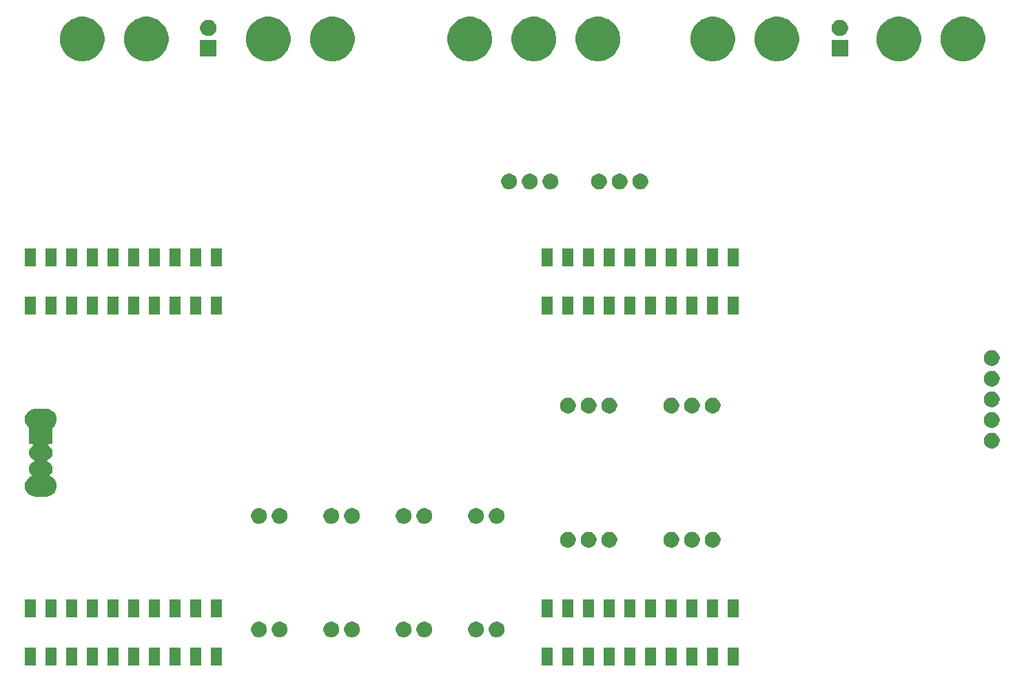
<source format=gbr>
G04 #@! TF.GenerationSoftware,KiCad,Pcbnew,(5.0.2)-1*
G04 #@! TF.CreationDate,2019-03-03T18:11:37-06:00*
G04 #@! TF.ProjectId,ArmMotorController_Hardware,41726d4d-6f74-46f7-9243-6f6e74726f6c,rev?*
G04 #@! TF.SameCoordinates,Original*
G04 #@! TF.FileFunction,Soldermask,Bot*
G04 #@! TF.FilePolarity,Negative*
%FSLAX46Y46*%
G04 Gerber Fmt 4.6, Leading zero omitted, Abs format (unit mm)*
G04 Created by KiCad (PCBNEW (5.0.2)-1) date 3/3/2019 6:11:37 PM*
%MOMM*%
%LPD*%
G01*
G04 APERTURE LIST*
%ADD10C,0.100000*%
G04 APERTURE END LIST*
D10*
G36*
X107375300Y-139925400D02*
X105984700Y-139925400D01*
X105984700Y-137747400D01*
X107375300Y-137747400D01*
X107375300Y-139925400D01*
X107375300Y-139925400D01*
G37*
G36*
X48955300Y-139925400D02*
X47564700Y-139925400D01*
X47564700Y-137747400D01*
X48955300Y-137747400D01*
X48955300Y-139925400D01*
X48955300Y-139925400D01*
G37*
G36*
X104835300Y-139925400D02*
X103444700Y-139925400D01*
X103444700Y-137747400D01*
X104835300Y-137747400D01*
X104835300Y-139925400D01*
X104835300Y-139925400D01*
G37*
G36*
X120075300Y-139925400D02*
X118684700Y-139925400D01*
X118684700Y-137747400D01*
X120075300Y-137747400D01*
X120075300Y-139925400D01*
X120075300Y-139925400D01*
G37*
G36*
X64195300Y-139925400D02*
X62804700Y-139925400D01*
X62804700Y-137747400D01*
X64195300Y-137747400D01*
X64195300Y-139925400D01*
X64195300Y-139925400D01*
G37*
G36*
X61655300Y-139925400D02*
X60264700Y-139925400D01*
X60264700Y-137747400D01*
X61655300Y-137747400D01*
X61655300Y-139925400D01*
X61655300Y-139925400D01*
G37*
G36*
X59115300Y-139925400D02*
X57724700Y-139925400D01*
X57724700Y-137747400D01*
X59115300Y-137747400D01*
X59115300Y-139925400D01*
X59115300Y-139925400D01*
G37*
G36*
X56575300Y-139925400D02*
X55184700Y-139925400D01*
X55184700Y-137747400D01*
X56575300Y-137747400D01*
X56575300Y-139925400D01*
X56575300Y-139925400D01*
G37*
G36*
X54035300Y-139925400D02*
X52644700Y-139925400D01*
X52644700Y-137747400D01*
X54035300Y-137747400D01*
X54035300Y-139925400D01*
X54035300Y-139925400D01*
G37*
G36*
X51495300Y-139925400D02*
X50104700Y-139925400D01*
X50104700Y-137747400D01*
X51495300Y-137747400D01*
X51495300Y-139925400D01*
X51495300Y-139925400D01*
G37*
G36*
X125155300Y-139925400D02*
X123764700Y-139925400D01*
X123764700Y-137747400D01*
X125155300Y-137747400D01*
X125155300Y-139925400D01*
X125155300Y-139925400D01*
G37*
G36*
X43875300Y-139925400D02*
X42484700Y-139925400D01*
X42484700Y-137747400D01*
X43875300Y-137747400D01*
X43875300Y-139925400D01*
X43875300Y-139925400D01*
G37*
G36*
X41335300Y-139925400D02*
X39944700Y-139925400D01*
X39944700Y-137747400D01*
X41335300Y-137747400D01*
X41335300Y-139925400D01*
X41335300Y-139925400D01*
G37*
G36*
X127695300Y-139925400D02*
X126304700Y-139925400D01*
X126304700Y-137747400D01*
X127695300Y-137747400D01*
X127695300Y-139925400D01*
X127695300Y-139925400D01*
G37*
G36*
X122615300Y-139925400D02*
X121224700Y-139925400D01*
X121224700Y-137747400D01*
X122615300Y-137747400D01*
X122615300Y-139925400D01*
X122615300Y-139925400D01*
G37*
G36*
X117535300Y-139925400D02*
X116144700Y-139925400D01*
X116144700Y-137747400D01*
X117535300Y-137747400D01*
X117535300Y-139925400D01*
X117535300Y-139925400D01*
G37*
G36*
X114995300Y-139925400D02*
X113604700Y-139925400D01*
X113604700Y-137747400D01*
X114995300Y-137747400D01*
X114995300Y-139925400D01*
X114995300Y-139925400D01*
G37*
G36*
X112455300Y-139925400D02*
X111064700Y-139925400D01*
X111064700Y-137747400D01*
X112455300Y-137747400D01*
X112455300Y-139925400D01*
X112455300Y-139925400D01*
G37*
G36*
X109915300Y-139925400D02*
X108524700Y-139925400D01*
X108524700Y-137747400D01*
X109915300Y-137747400D01*
X109915300Y-139925400D01*
X109915300Y-139925400D01*
G37*
G36*
X46415300Y-139925400D02*
X45024700Y-139925400D01*
X45024700Y-137747400D01*
X46415300Y-137747400D01*
X46415300Y-139925400D01*
X46415300Y-139925400D01*
G37*
G36*
X77877603Y-134583968D02*
X77877606Y-134583969D01*
X77877605Y-134583969D01*
X78052678Y-134656486D01*
X78052679Y-134656487D01*
X78210241Y-134761767D01*
X78344233Y-134895759D01*
X78344234Y-134895761D01*
X78449514Y-135053322D01*
X78505603Y-135188734D01*
X78522032Y-135228397D01*
X78559000Y-135414250D01*
X78559000Y-135603750D01*
X78522032Y-135789603D01*
X78522031Y-135789605D01*
X78449514Y-135964678D01*
X78449513Y-135964679D01*
X78344233Y-136122241D01*
X78210241Y-136256233D01*
X78130923Y-136309232D01*
X78052678Y-136361514D01*
X77917266Y-136417603D01*
X77877603Y-136434032D01*
X77691750Y-136471000D01*
X77502250Y-136471000D01*
X77316397Y-136434032D01*
X77276734Y-136417603D01*
X77141322Y-136361514D01*
X77063077Y-136309232D01*
X76983759Y-136256233D01*
X76849767Y-136122241D01*
X76744487Y-135964679D01*
X76744486Y-135964678D01*
X76671969Y-135789605D01*
X76671968Y-135789603D01*
X76635000Y-135603750D01*
X76635000Y-135414250D01*
X76671968Y-135228397D01*
X76688397Y-135188734D01*
X76744486Y-135053322D01*
X76849766Y-134895761D01*
X76849767Y-134895759D01*
X76983759Y-134761767D01*
X77141321Y-134656487D01*
X77141322Y-134656486D01*
X77316395Y-134583969D01*
X77316394Y-134583969D01*
X77316397Y-134583968D01*
X77502250Y-134547000D01*
X77691750Y-134547000D01*
X77877603Y-134583968D01*
X77877603Y-134583968D01*
G37*
G36*
X95657603Y-134583968D02*
X95657606Y-134583969D01*
X95657605Y-134583969D01*
X95832678Y-134656486D01*
X95832679Y-134656487D01*
X95990241Y-134761767D01*
X96124233Y-134895759D01*
X96124234Y-134895761D01*
X96229514Y-135053322D01*
X96285603Y-135188734D01*
X96302032Y-135228397D01*
X96339000Y-135414250D01*
X96339000Y-135603750D01*
X96302032Y-135789603D01*
X96302031Y-135789605D01*
X96229514Y-135964678D01*
X96229513Y-135964679D01*
X96124233Y-136122241D01*
X95990241Y-136256233D01*
X95910923Y-136309232D01*
X95832678Y-136361514D01*
X95697266Y-136417603D01*
X95657603Y-136434032D01*
X95471750Y-136471000D01*
X95282250Y-136471000D01*
X95096397Y-136434032D01*
X95056734Y-136417603D01*
X94921322Y-136361514D01*
X94843077Y-136309232D01*
X94763759Y-136256233D01*
X94629767Y-136122241D01*
X94524487Y-135964679D01*
X94524486Y-135964678D01*
X94451969Y-135789605D01*
X94451968Y-135789603D01*
X94415000Y-135603750D01*
X94415000Y-135414250D01*
X94451968Y-135228397D01*
X94468397Y-135188734D01*
X94524486Y-135053322D01*
X94629766Y-134895761D01*
X94629767Y-134895759D01*
X94763759Y-134761767D01*
X94921321Y-134656487D01*
X94921322Y-134656486D01*
X95096395Y-134583969D01*
X95096394Y-134583969D01*
X95096397Y-134583968D01*
X95282250Y-134547000D01*
X95471750Y-134547000D01*
X95657603Y-134583968D01*
X95657603Y-134583968D01*
G37*
G36*
X98197603Y-134583968D02*
X98197606Y-134583969D01*
X98197605Y-134583969D01*
X98372678Y-134656486D01*
X98372679Y-134656487D01*
X98530241Y-134761767D01*
X98664233Y-134895759D01*
X98664234Y-134895761D01*
X98769514Y-135053322D01*
X98825603Y-135188734D01*
X98842032Y-135228397D01*
X98879000Y-135414250D01*
X98879000Y-135603750D01*
X98842032Y-135789603D01*
X98842031Y-135789605D01*
X98769514Y-135964678D01*
X98769513Y-135964679D01*
X98664233Y-136122241D01*
X98530241Y-136256233D01*
X98450923Y-136309232D01*
X98372678Y-136361514D01*
X98237266Y-136417603D01*
X98197603Y-136434032D01*
X98011750Y-136471000D01*
X97822250Y-136471000D01*
X97636397Y-136434032D01*
X97596734Y-136417603D01*
X97461322Y-136361514D01*
X97383077Y-136309232D01*
X97303759Y-136256233D01*
X97169767Y-136122241D01*
X97064487Y-135964679D01*
X97064486Y-135964678D01*
X96991969Y-135789605D01*
X96991968Y-135789603D01*
X96955000Y-135603750D01*
X96955000Y-135414250D01*
X96991968Y-135228397D01*
X97008397Y-135188734D01*
X97064486Y-135053322D01*
X97169766Y-134895761D01*
X97169767Y-134895759D01*
X97303759Y-134761767D01*
X97461321Y-134656487D01*
X97461322Y-134656486D01*
X97636395Y-134583969D01*
X97636394Y-134583969D01*
X97636397Y-134583968D01*
X97822250Y-134547000D01*
X98011750Y-134547000D01*
X98197603Y-134583968D01*
X98197603Y-134583968D01*
G37*
G36*
X89307603Y-134583968D02*
X89307606Y-134583969D01*
X89307605Y-134583969D01*
X89482678Y-134656486D01*
X89482679Y-134656487D01*
X89640241Y-134761767D01*
X89774233Y-134895759D01*
X89774234Y-134895761D01*
X89879514Y-135053322D01*
X89935603Y-135188734D01*
X89952032Y-135228397D01*
X89989000Y-135414250D01*
X89989000Y-135603750D01*
X89952032Y-135789603D01*
X89952031Y-135789605D01*
X89879514Y-135964678D01*
X89879513Y-135964679D01*
X89774233Y-136122241D01*
X89640241Y-136256233D01*
X89560923Y-136309232D01*
X89482678Y-136361514D01*
X89347266Y-136417603D01*
X89307603Y-136434032D01*
X89121750Y-136471000D01*
X88932250Y-136471000D01*
X88746397Y-136434032D01*
X88706734Y-136417603D01*
X88571322Y-136361514D01*
X88493077Y-136309232D01*
X88413759Y-136256233D01*
X88279767Y-136122241D01*
X88174487Y-135964679D01*
X88174486Y-135964678D01*
X88101969Y-135789605D01*
X88101968Y-135789603D01*
X88065000Y-135603750D01*
X88065000Y-135414250D01*
X88101968Y-135228397D01*
X88118397Y-135188734D01*
X88174486Y-135053322D01*
X88279766Y-134895761D01*
X88279767Y-134895759D01*
X88413759Y-134761767D01*
X88571321Y-134656487D01*
X88571322Y-134656486D01*
X88746395Y-134583969D01*
X88746394Y-134583969D01*
X88746397Y-134583968D01*
X88932250Y-134547000D01*
X89121750Y-134547000D01*
X89307603Y-134583968D01*
X89307603Y-134583968D01*
G37*
G36*
X80417603Y-134583968D02*
X80417606Y-134583969D01*
X80417605Y-134583969D01*
X80592678Y-134656486D01*
X80592679Y-134656487D01*
X80750241Y-134761767D01*
X80884233Y-134895759D01*
X80884234Y-134895761D01*
X80989514Y-135053322D01*
X81045603Y-135188734D01*
X81062032Y-135228397D01*
X81099000Y-135414250D01*
X81099000Y-135603750D01*
X81062032Y-135789603D01*
X81062031Y-135789605D01*
X80989514Y-135964678D01*
X80989513Y-135964679D01*
X80884233Y-136122241D01*
X80750241Y-136256233D01*
X80670923Y-136309232D01*
X80592678Y-136361514D01*
X80457266Y-136417603D01*
X80417603Y-136434032D01*
X80231750Y-136471000D01*
X80042250Y-136471000D01*
X79856397Y-136434032D01*
X79816734Y-136417603D01*
X79681322Y-136361514D01*
X79603077Y-136309232D01*
X79523759Y-136256233D01*
X79389767Y-136122241D01*
X79284487Y-135964679D01*
X79284486Y-135964678D01*
X79211969Y-135789605D01*
X79211968Y-135789603D01*
X79175000Y-135603750D01*
X79175000Y-135414250D01*
X79211968Y-135228397D01*
X79228397Y-135188734D01*
X79284486Y-135053322D01*
X79389766Y-134895761D01*
X79389767Y-134895759D01*
X79523759Y-134761767D01*
X79681321Y-134656487D01*
X79681322Y-134656486D01*
X79856395Y-134583969D01*
X79856394Y-134583969D01*
X79856397Y-134583968D01*
X80042250Y-134547000D01*
X80231750Y-134547000D01*
X80417603Y-134583968D01*
X80417603Y-134583968D01*
G37*
G36*
X68987603Y-134583968D02*
X68987606Y-134583969D01*
X68987605Y-134583969D01*
X69162678Y-134656486D01*
X69162679Y-134656487D01*
X69320241Y-134761767D01*
X69454233Y-134895759D01*
X69454234Y-134895761D01*
X69559514Y-135053322D01*
X69615603Y-135188734D01*
X69632032Y-135228397D01*
X69669000Y-135414250D01*
X69669000Y-135603750D01*
X69632032Y-135789603D01*
X69632031Y-135789605D01*
X69559514Y-135964678D01*
X69559513Y-135964679D01*
X69454233Y-136122241D01*
X69320241Y-136256233D01*
X69240923Y-136309232D01*
X69162678Y-136361514D01*
X69027266Y-136417603D01*
X68987603Y-136434032D01*
X68801750Y-136471000D01*
X68612250Y-136471000D01*
X68426397Y-136434032D01*
X68386734Y-136417603D01*
X68251322Y-136361514D01*
X68173077Y-136309232D01*
X68093759Y-136256233D01*
X67959767Y-136122241D01*
X67854487Y-135964679D01*
X67854486Y-135964678D01*
X67781969Y-135789605D01*
X67781968Y-135789603D01*
X67745000Y-135603750D01*
X67745000Y-135414250D01*
X67781968Y-135228397D01*
X67798397Y-135188734D01*
X67854486Y-135053322D01*
X67959766Y-134895761D01*
X67959767Y-134895759D01*
X68093759Y-134761767D01*
X68251321Y-134656487D01*
X68251322Y-134656486D01*
X68426395Y-134583969D01*
X68426394Y-134583969D01*
X68426397Y-134583968D01*
X68612250Y-134547000D01*
X68801750Y-134547000D01*
X68987603Y-134583968D01*
X68987603Y-134583968D01*
G37*
G36*
X71527603Y-134583968D02*
X71527606Y-134583969D01*
X71527605Y-134583969D01*
X71702678Y-134656486D01*
X71702679Y-134656487D01*
X71860241Y-134761767D01*
X71994233Y-134895759D01*
X71994234Y-134895761D01*
X72099514Y-135053322D01*
X72155603Y-135188734D01*
X72172032Y-135228397D01*
X72209000Y-135414250D01*
X72209000Y-135603750D01*
X72172032Y-135789603D01*
X72172031Y-135789605D01*
X72099514Y-135964678D01*
X72099513Y-135964679D01*
X71994233Y-136122241D01*
X71860241Y-136256233D01*
X71780923Y-136309232D01*
X71702678Y-136361514D01*
X71567266Y-136417603D01*
X71527603Y-136434032D01*
X71341750Y-136471000D01*
X71152250Y-136471000D01*
X70966397Y-136434032D01*
X70926734Y-136417603D01*
X70791322Y-136361514D01*
X70713077Y-136309232D01*
X70633759Y-136256233D01*
X70499767Y-136122241D01*
X70394487Y-135964679D01*
X70394486Y-135964678D01*
X70321969Y-135789605D01*
X70321968Y-135789603D01*
X70285000Y-135603750D01*
X70285000Y-135414250D01*
X70321968Y-135228397D01*
X70338397Y-135188734D01*
X70394486Y-135053322D01*
X70499766Y-134895761D01*
X70499767Y-134895759D01*
X70633759Y-134761767D01*
X70791321Y-134656487D01*
X70791322Y-134656486D01*
X70966395Y-134583969D01*
X70966394Y-134583969D01*
X70966397Y-134583968D01*
X71152250Y-134547000D01*
X71341750Y-134547000D01*
X71527603Y-134583968D01*
X71527603Y-134583968D01*
G37*
G36*
X86767603Y-134583968D02*
X86767606Y-134583969D01*
X86767605Y-134583969D01*
X86942678Y-134656486D01*
X86942679Y-134656487D01*
X87100241Y-134761767D01*
X87234233Y-134895759D01*
X87234234Y-134895761D01*
X87339514Y-135053322D01*
X87395603Y-135188734D01*
X87412032Y-135228397D01*
X87449000Y-135414250D01*
X87449000Y-135603750D01*
X87412032Y-135789603D01*
X87412031Y-135789605D01*
X87339514Y-135964678D01*
X87339513Y-135964679D01*
X87234233Y-136122241D01*
X87100241Y-136256233D01*
X87020923Y-136309232D01*
X86942678Y-136361514D01*
X86807266Y-136417603D01*
X86767603Y-136434032D01*
X86581750Y-136471000D01*
X86392250Y-136471000D01*
X86206397Y-136434032D01*
X86166734Y-136417603D01*
X86031322Y-136361514D01*
X85953077Y-136309232D01*
X85873759Y-136256233D01*
X85739767Y-136122241D01*
X85634487Y-135964679D01*
X85634486Y-135964678D01*
X85561969Y-135789605D01*
X85561968Y-135789603D01*
X85525000Y-135603750D01*
X85525000Y-135414250D01*
X85561968Y-135228397D01*
X85578397Y-135188734D01*
X85634486Y-135053322D01*
X85739766Y-134895761D01*
X85739767Y-134895759D01*
X85873759Y-134761767D01*
X86031321Y-134656487D01*
X86031322Y-134656486D01*
X86206395Y-134583969D01*
X86206394Y-134583969D01*
X86206397Y-134583968D01*
X86392250Y-134547000D01*
X86581750Y-134547000D01*
X86767603Y-134583968D01*
X86767603Y-134583968D01*
G37*
G36*
X127695300Y-134032600D02*
X126304700Y-134032600D01*
X126304700Y-131854600D01*
X127695300Y-131854600D01*
X127695300Y-134032600D01*
X127695300Y-134032600D01*
G37*
G36*
X43875300Y-134032600D02*
X42484700Y-134032600D01*
X42484700Y-131854600D01*
X43875300Y-131854600D01*
X43875300Y-134032600D01*
X43875300Y-134032600D01*
G37*
G36*
X41335300Y-134032600D02*
X39944700Y-134032600D01*
X39944700Y-131854600D01*
X41335300Y-131854600D01*
X41335300Y-134032600D01*
X41335300Y-134032600D01*
G37*
G36*
X120075300Y-134032600D02*
X118684700Y-134032600D01*
X118684700Y-131854600D01*
X120075300Y-131854600D01*
X120075300Y-134032600D01*
X120075300Y-134032600D01*
G37*
G36*
X117535300Y-134032600D02*
X116144700Y-134032600D01*
X116144700Y-131854600D01*
X117535300Y-131854600D01*
X117535300Y-134032600D01*
X117535300Y-134032600D01*
G37*
G36*
X104835300Y-134032600D02*
X103444700Y-134032600D01*
X103444700Y-131854600D01*
X104835300Y-131854600D01*
X104835300Y-134032600D01*
X104835300Y-134032600D01*
G37*
G36*
X59115300Y-134032600D02*
X57724700Y-134032600D01*
X57724700Y-131854600D01*
X59115300Y-131854600D01*
X59115300Y-134032600D01*
X59115300Y-134032600D01*
G37*
G36*
X125155300Y-134032600D02*
X123764700Y-134032600D01*
X123764700Y-131854600D01*
X125155300Y-131854600D01*
X125155300Y-134032600D01*
X125155300Y-134032600D01*
G37*
G36*
X48955300Y-134032600D02*
X47564700Y-134032600D01*
X47564700Y-131854600D01*
X48955300Y-131854600D01*
X48955300Y-134032600D01*
X48955300Y-134032600D01*
G37*
G36*
X46415300Y-134032600D02*
X45024700Y-134032600D01*
X45024700Y-131854600D01*
X46415300Y-131854600D01*
X46415300Y-134032600D01*
X46415300Y-134032600D01*
G37*
G36*
X122615300Y-134032600D02*
X121224700Y-134032600D01*
X121224700Y-131854600D01*
X122615300Y-131854600D01*
X122615300Y-134032600D01*
X122615300Y-134032600D01*
G37*
G36*
X112455300Y-134032600D02*
X111064700Y-134032600D01*
X111064700Y-131854600D01*
X112455300Y-131854600D01*
X112455300Y-134032600D01*
X112455300Y-134032600D01*
G37*
G36*
X109915300Y-134032600D02*
X108524700Y-134032600D01*
X108524700Y-131854600D01*
X109915300Y-131854600D01*
X109915300Y-134032600D01*
X109915300Y-134032600D01*
G37*
G36*
X51495300Y-134032600D02*
X50104700Y-134032600D01*
X50104700Y-131854600D01*
X51495300Y-131854600D01*
X51495300Y-134032600D01*
X51495300Y-134032600D01*
G37*
G36*
X54035300Y-134032600D02*
X52644700Y-134032600D01*
X52644700Y-131854600D01*
X54035300Y-131854600D01*
X54035300Y-134032600D01*
X54035300Y-134032600D01*
G37*
G36*
X56575300Y-134032600D02*
X55184700Y-134032600D01*
X55184700Y-131854600D01*
X56575300Y-131854600D01*
X56575300Y-134032600D01*
X56575300Y-134032600D01*
G37*
G36*
X64195300Y-134032600D02*
X62804700Y-134032600D01*
X62804700Y-131854600D01*
X64195300Y-131854600D01*
X64195300Y-134032600D01*
X64195300Y-134032600D01*
G37*
G36*
X61655300Y-134032600D02*
X60264700Y-134032600D01*
X60264700Y-131854600D01*
X61655300Y-131854600D01*
X61655300Y-134032600D01*
X61655300Y-134032600D01*
G37*
G36*
X114995300Y-134032600D02*
X113604700Y-134032600D01*
X113604700Y-131854600D01*
X114995300Y-131854600D01*
X114995300Y-134032600D01*
X114995300Y-134032600D01*
G37*
G36*
X107375300Y-134032600D02*
X105984700Y-134032600D01*
X105984700Y-131854600D01*
X107375300Y-131854600D01*
X107375300Y-134032600D01*
X107375300Y-134032600D01*
G37*
G36*
X112040603Y-123534968D02*
X112040606Y-123534969D01*
X112040605Y-123534969D01*
X112215678Y-123607486D01*
X112215679Y-123607487D01*
X112373241Y-123712767D01*
X112507233Y-123846759D01*
X112507234Y-123846761D01*
X112612514Y-124004322D01*
X112668603Y-124139734D01*
X112685032Y-124179397D01*
X112722000Y-124365250D01*
X112722000Y-124554750D01*
X112685032Y-124740603D01*
X112685031Y-124740605D01*
X112612514Y-124915678D01*
X112612513Y-124915679D01*
X112507233Y-125073241D01*
X112373241Y-125207233D01*
X112293923Y-125260232D01*
X112215678Y-125312514D01*
X112080266Y-125368603D01*
X112040603Y-125385032D01*
X111854750Y-125422000D01*
X111665250Y-125422000D01*
X111479397Y-125385032D01*
X111439734Y-125368603D01*
X111304322Y-125312514D01*
X111226077Y-125260232D01*
X111146759Y-125207233D01*
X111012767Y-125073241D01*
X110907487Y-124915679D01*
X110907486Y-124915678D01*
X110834969Y-124740605D01*
X110834968Y-124740603D01*
X110798000Y-124554750D01*
X110798000Y-124365250D01*
X110834968Y-124179397D01*
X110851397Y-124139734D01*
X110907486Y-124004322D01*
X111012766Y-123846761D01*
X111012767Y-123846759D01*
X111146759Y-123712767D01*
X111304321Y-123607487D01*
X111304322Y-123607486D01*
X111479395Y-123534969D01*
X111479394Y-123534969D01*
X111479397Y-123534968D01*
X111665250Y-123498000D01*
X111854750Y-123498000D01*
X112040603Y-123534968D01*
X112040603Y-123534968D01*
G37*
G36*
X109500603Y-123534968D02*
X109500606Y-123534969D01*
X109500605Y-123534969D01*
X109675678Y-123607486D01*
X109675679Y-123607487D01*
X109833241Y-123712767D01*
X109967233Y-123846759D01*
X109967234Y-123846761D01*
X110072514Y-124004322D01*
X110128603Y-124139734D01*
X110145032Y-124179397D01*
X110182000Y-124365250D01*
X110182000Y-124554750D01*
X110145032Y-124740603D01*
X110145031Y-124740605D01*
X110072514Y-124915678D01*
X110072513Y-124915679D01*
X109967233Y-125073241D01*
X109833241Y-125207233D01*
X109753923Y-125260232D01*
X109675678Y-125312514D01*
X109540266Y-125368603D01*
X109500603Y-125385032D01*
X109314750Y-125422000D01*
X109125250Y-125422000D01*
X108939397Y-125385032D01*
X108899734Y-125368603D01*
X108764322Y-125312514D01*
X108686077Y-125260232D01*
X108606759Y-125207233D01*
X108472767Y-125073241D01*
X108367487Y-124915679D01*
X108367486Y-124915678D01*
X108294969Y-124740605D01*
X108294968Y-124740603D01*
X108258000Y-124554750D01*
X108258000Y-124365250D01*
X108294968Y-124179397D01*
X108311397Y-124139734D01*
X108367486Y-124004322D01*
X108472766Y-123846761D01*
X108472767Y-123846759D01*
X108606759Y-123712767D01*
X108764321Y-123607487D01*
X108764322Y-123607486D01*
X108939395Y-123534969D01*
X108939394Y-123534969D01*
X108939397Y-123534968D01*
X109125250Y-123498000D01*
X109314750Y-123498000D01*
X109500603Y-123534968D01*
X109500603Y-123534968D01*
G37*
G36*
X106960603Y-123534968D02*
X106960606Y-123534969D01*
X106960605Y-123534969D01*
X107135678Y-123607486D01*
X107135679Y-123607487D01*
X107293241Y-123712767D01*
X107427233Y-123846759D01*
X107427234Y-123846761D01*
X107532514Y-124004322D01*
X107588603Y-124139734D01*
X107605032Y-124179397D01*
X107642000Y-124365250D01*
X107642000Y-124554750D01*
X107605032Y-124740603D01*
X107605031Y-124740605D01*
X107532514Y-124915678D01*
X107532513Y-124915679D01*
X107427233Y-125073241D01*
X107293241Y-125207233D01*
X107213923Y-125260232D01*
X107135678Y-125312514D01*
X107000266Y-125368603D01*
X106960603Y-125385032D01*
X106774750Y-125422000D01*
X106585250Y-125422000D01*
X106399397Y-125385032D01*
X106359734Y-125368603D01*
X106224322Y-125312514D01*
X106146077Y-125260232D01*
X106066759Y-125207233D01*
X105932767Y-125073241D01*
X105827487Y-124915679D01*
X105827486Y-124915678D01*
X105754969Y-124740605D01*
X105754968Y-124740603D01*
X105718000Y-124554750D01*
X105718000Y-124365250D01*
X105754968Y-124179397D01*
X105771397Y-124139734D01*
X105827486Y-124004322D01*
X105932766Y-123846761D01*
X105932767Y-123846759D01*
X106066759Y-123712767D01*
X106224321Y-123607487D01*
X106224322Y-123607486D01*
X106399395Y-123534969D01*
X106399394Y-123534969D01*
X106399397Y-123534968D01*
X106585250Y-123498000D01*
X106774750Y-123498000D01*
X106960603Y-123534968D01*
X106960603Y-123534968D01*
G37*
G36*
X119660603Y-123534968D02*
X119660606Y-123534969D01*
X119660605Y-123534969D01*
X119835678Y-123607486D01*
X119835679Y-123607487D01*
X119993241Y-123712767D01*
X120127233Y-123846759D01*
X120127234Y-123846761D01*
X120232514Y-124004322D01*
X120288603Y-124139734D01*
X120305032Y-124179397D01*
X120342000Y-124365250D01*
X120342000Y-124554750D01*
X120305032Y-124740603D01*
X120305031Y-124740605D01*
X120232514Y-124915678D01*
X120232513Y-124915679D01*
X120127233Y-125073241D01*
X119993241Y-125207233D01*
X119913923Y-125260232D01*
X119835678Y-125312514D01*
X119700266Y-125368603D01*
X119660603Y-125385032D01*
X119474750Y-125422000D01*
X119285250Y-125422000D01*
X119099397Y-125385032D01*
X119059734Y-125368603D01*
X118924322Y-125312514D01*
X118846077Y-125260232D01*
X118766759Y-125207233D01*
X118632767Y-125073241D01*
X118527487Y-124915679D01*
X118527486Y-124915678D01*
X118454969Y-124740605D01*
X118454968Y-124740603D01*
X118418000Y-124554750D01*
X118418000Y-124365250D01*
X118454968Y-124179397D01*
X118471397Y-124139734D01*
X118527486Y-124004322D01*
X118632766Y-123846761D01*
X118632767Y-123846759D01*
X118766759Y-123712767D01*
X118924321Y-123607487D01*
X118924322Y-123607486D01*
X119099395Y-123534969D01*
X119099394Y-123534969D01*
X119099397Y-123534968D01*
X119285250Y-123498000D01*
X119474750Y-123498000D01*
X119660603Y-123534968D01*
X119660603Y-123534968D01*
G37*
G36*
X124740603Y-123534968D02*
X124740606Y-123534969D01*
X124740605Y-123534969D01*
X124915678Y-123607486D01*
X124915679Y-123607487D01*
X125073241Y-123712767D01*
X125207233Y-123846759D01*
X125207234Y-123846761D01*
X125312514Y-124004322D01*
X125368603Y-124139734D01*
X125385032Y-124179397D01*
X125422000Y-124365250D01*
X125422000Y-124554750D01*
X125385032Y-124740603D01*
X125385031Y-124740605D01*
X125312514Y-124915678D01*
X125312513Y-124915679D01*
X125207233Y-125073241D01*
X125073241Y-125207233D01*
X124993923Y-125260232D01*
X124915678Y-125312514D01*
X124780266Y-125368603D01*
X124740603Y-125385032D01*
X124554750Y-125422000D01*
X124365250Y-125422000D01*
X124179397Y-125385032D01*
X124139734Y-125368603D01*
X124004322Y-125312514D01*
X123926077Y-125260232D01*
X123846759Y-125207233D01*
X123712767Y-125073241D01*
X123607487Y-124915679D01*
X123607486Y-124915678D01*
X123534969Y-124740605D01*
X123534968Y-124740603D01*
X123498000Y-124554750D01*
X123498000Y-124365250D01*
X123534968Y-124179397D01*
X123551397Y-124139734D01*
X123607486Y-124004322D01*
X123712766Y-123846761D01*
X123712767Y-123846759D01*
X123846759Y-123712767D01*
X124004321Y-123607487D01*
X124004322Y-123607486D01*
X124179395Y-123534969D01*
X124179394Y-123534969D01*
X124179397Y-123534968D01*
X124365250Y-123498000D01*
X124554750Y-123498000D01*
X124740603Y-123534968D01*
X124740603Y-123534968D01*
G37*
G36*
X122200603Y-123534968D02*
X122200606Y-123534969D01*
X122200605Y-123534969D01*
X122375678Y-123607486D01*
X122375679Y-123607487D01*
X122533241Y-123712767D01*
X122667233Y-123846759D01*
X122667234Y-123846761D01*
X122772514Y-124004322D01*
X122828603Y-124139734D01*
X122845032Y-124179397D01*
X122882000Y-124365250D01*
X122882000Y-124554750D01*
X122845032Y-124740603D01*
X122845031Y-124740605D01*
X122772514Y-124915678D01*
X122772513Y-124915679D01*
X122667233Y-125073241D01*
X122533241Y-125207233D01*
X122453923Y-125260232D01*
X122375678Y-125312514D01*
X122240266Y-125368603D01*
X122200603Y-125385032D01*
X122014750Y-125422000D01*
X121825250Y-125422000D01*
X121639397Y-125385032D01*
X121599734Y-125368603D01*
X121464322Y-125312514D01*
X121386077Y-125260232D01*
X121306759Y-125207233D01*
X121172767Y-125073241D01*
X121067487Y-124915679D01*
X121067486Y-124915678D01*
X120994969Y-124740605D01*
X120994968Y-124740603D01*
X120958000Y-124554750D01*
X120958000Y-124365250D01*
X120994968Y-124179397D01*
X121011397Y-124139734D01*
X121067486Y-124004322D01*
X121172766Y-123846761D01*
X121172767Y-123846759D01*
X121306759Y-123712767D01*
X121464321Y-123607487D01*
X121464322Y-123607486D01*
X121639395Y-123534969D01*
X121639394Y-123534969D01*
X121639397Y-123534968D01*
X121825250Y-123498000D01*
X122014750Y-123498000D01*
X122200603Y-123534968D01*
X122200603Y-123534968D01*
G37*
G36*
X95657603Y-120613968D02*
X95657606Y-120613969D01*
X95657605Y-120613969D01*
X95832678Y-120686486D01*
X95832679Y-120686487D01*
X95990241Y-120791767D01*
X96124233Y-120925759D01*
X96124234Y-120925761D01*
X96229514Y-121083322D01*
X96285603Y-121218734D01*
X96302032Y-121258397D01*
X96339000Y-121444250D01*
X96339000Y-121633750D01*
X96302032Y-121819603D01*
X96302031Y-121819605D01*
X96229514Y-121994678D01*
X96229513Y-121994679D01*
X96124233Y-122152241D01*
X95990241Y-122286233D01*
X95910923Y-122339232D01*
X95832678Y-122391514D01*
X95697266Y-122447603D01*
X95657603Y-122464032D01*
X95471750Y-122501000D01*
X95282250Y-122501000D01*
X95096397Y-122464032D01*
X95056734Y-122447603D01*
X94921322Y-122391514D01*
X94843077Y-122339232D01*
X94763759Y-122286233D01*
X94629767Y-122152241D01*
X94524487Y-121994679D01*
X94524486Y-121994678D01*
X94451969Y-121819605D01*
X94451968Y-121819603D01*
X94415000Y-121633750D01*
X94415000Y-121444250D01*
X94451968Y-121258397D01*
X94468397Y-121218734D01*
X94524486Y-121083322D01*
X94629766Y-120925761D01*
X94629767Y-120925759D01*
X94763759Y-120791767D01*
X94921321Y-120686487D01*
X94921322Y-120686486D01*
X95096395Y-120613969D01*
X95096394Y-120613969D01*
X95096397Y-120613968D01*
X95282250Y-120577000D01*
X95471750Y-120577000D01*
X95657603Y-120613968D01*
X95657603Y-120613968D01*
G37*
G36*
X86767603Y-120613968D02*
X86767606Y-120613969D01*
X86767605Y-120613969D01*
X86942678Y-120686486D01*
X86942679Y-120686487D01*
X87100241Y-120791767D01*
X87234233Y-120925759D01*
X87234234Y-120925761D01*
X87339514Y-121083322D01*
X87395603Y-121218734D01*
X87412032Y-121258397D01*
X87449000Y-121444250D01*
X87449000Y-121633750D01*
X87412032Y-121819603D01*
X87412031Y-121819605D01*
X87339514Y-121994678D01*
X87339513Y-121994679D01*
X87234233Y-122152241D01*
X87100241Y-122286233D01*
X87020923Y-122339232D01*
X86942678Y-122391514D01*
X86807266Y-122447603D01*
X86767603Y-122464032D01*
X86581750Y-122501000D01*
X86392250Y-122501000D01*
X86206397Y-122464032D01*
X86166734Y-122447603D01*
X86031322Y-122391514D01*
X85953077Y-122339232D01*
X85873759Y-122286233D01*
X85739767Y-122152241D01*
X85634487Y-121994679D01*
X85634486Y-121994678D01*
X85561969Y-121819605D01*
X85561968Y-121819603D01*
X85525000Y-121633750D01*
X85525000Y-121444250D01*
X85561968Y-121258397D01*
X85578397Y-121218734D01*
X85634486Y-121083322D01*
X85739766Y-120925761D01*
X85739767Y-120925759D01*
X85873759Y-120791767D01*
X86031321Y-120686487D01*
X86031322Y-120686486D01*
X86206395Y-120613969D01*
X86206394Y-120613969D01*
X86206397Y-120613968D01*
X86392250Y-120577000D01*
X86581750Y-120577000D01*
X86767603Y-120613968D01*
X86767603Y-120613968D01*
G37*
G36*
X98197603Y-120613968D02*
X98197606Y-120613969D01*
X98197605Y-120613969D01*
X98372678Y-120686486D01*
X98372679Y-120686487D01*
X98530241Y-120791767D01*
X98664233Y-120925759D01*
X98664234Y-120925761D01*
X98769514Y-121083322D01*
X98825603Y-121218734D01*
X98842032Y-121258397D01*
X98879000Y-121444250D01*
X98879000Y-121633750D01*
X98842032Y-121819603D01*
X98842031Y-121819605D01*
X98769514Y-121994678D01*
X98769513Y-121994679D01*
X98664233Y-122152241D01*
X98530241Y-122286233D01*
X98450923Y-122339232D01*
X98372678Y-122391514D01*
X98237266Y-122447603D01*
X98197603Y-122464032D01*
X98011750Y-122501000D01*
X97822250Y-122501000D01*
X97636397Y-122464032D01*
X97596734Y-122447603D01*
X97461322Y-122391514D01*
X97383077Y-122339232D01*
X97303759Y-122286233D01*
X97169767Y-122152241D01*
X97064487Y-121994679D01*
X97064486Y-121994678D01*
X96991969Y-121819605D01*
X96991968Y-121819603D01*
X96955000Y-121633750D01*
X96955000Y-121444250D01*
X96991968Y-121258397D01*
X97008397Y-121218734D01*
X97064486Y-121083322D01*
X97169766Y-120925761D01*
X97169767Y-120925759D01*
X97303759Y-120791767D01*
X97461321Y-120686487D01*
X97461322Y-120686486D01*
X97636395Y-120613969D01*
X97636394Y-120613969D01*
X97636397Y-120613968D01*
X97822250Y-120577000D01*
X98011750Y-120577000D01*
X98197603Y-120613968D01*
X98197603Y-120613968D01*
G37*
G36*
X89307603Y-120613968D02*
X89307606Y-120613969D01*
X89307605Y-120613969D01*
X89482678Y-120686486D01*
X89482679Y-120686487D01*
X89640241Y-120791767D01*
X89774233Y-120925759D01*
X89774234Y-120925761D01*
X89879514Y-121083322D01*
X89935603Y-121218734D01*
X89952032Y-121258397D01*
X89989000Y-121444250D01*
X89989000Y-121633750D01*
X89952032Y-121819603D01*
X89952031Y-121819605D01*
X89879514Y-121994678D01*
X89879513Y-121994679D01*
X89774233Y-122152241D01*
X89640241Y-122286233D01*
X89560923Y-122339232D01*
X89482678Y-122391514D01*
X89347266Y-122447603D01*
X89307603Y-122464032D01*
X89121750Y-122501000D01*
X88932250Y-122501000D01*
X88746397Y-122464032D01*
X88706734Y-122447603D01*
X88571322Y-122391514D01*
X88493077Y-122339232D01*
X88413759Y-122286233D01*
X88279767Y-122152241D01*
X88174487Y-121994679D01*
X88174486Y-121994678D01*
X88101969Y-121819605D01*
X88101968Y-121819603D01*
X88065000Y-121633750D01*
X88065000Y-121444250D01*
X88101968Y-121258397D01*
X88118397Y-121218734D01*
X88174486Y-121083322D01*
X88279766Y-120925761D01*
X88279767Y-120925759D01*
X88413759Y-120791767D01*
X88571321Y-120686487D01*
X88571322Y-120686486D01*
X88746395Y-120613969D01*
X88746394Y-120613969D01*
X88746397Y-120613968D01*
X88932250Y-120577000D01*
X89121750Y-120577000D01*
X89307603Y-120613968D01*
X89307603Y-120613968D01*
G37*
G36*
X68987603Y-120613968D02*
X68987606Y-120613969D01*
X68987605Y-120613969D01*
X69162678Y-120686486D01*
X69162679Y-120686487D01*
X69320241Y-120791767D01*
X69454233Y-120925759D01*
X69454234Y-120925761D01*
X69559514Y-121083322D01*
X69615603Y-121218734D01*
X69632032Y-121258397D01*
X69669000Y-121444250D01*
X69669000Y-121633750D01*
X69632032Y-121819603D01*
X69632031Y-121819605D01*
X69559514Y-121994678D01*
X69559513Y-121994679D01*
X69454233Y-122152241D01*
X69320241Y-122286233D01*
X69240923Y-122339232D01*
X69162678Y-122391514D01*
X69027266Y-122447603D01*
X68987603Y-122464032D01*
X68801750Y-122501000D01*
X68612250Y-122501000D01*
X68426397Y-122464032D01*
X68386734Y-122447603D01*
X68251322Y-122391514D01*
X68173077Y-122339232D01*
X68093759Y-122286233D01*
X67959767Y-122152241D01*
X67854487Y-121994679D01*
X67854486Y-121994678D01*
X67781969Y-121819605D01*
X67781968Y-121819603D01*
X67745000Y-121633750D01*
X67745000Y-121444250D01*
X67781968Y-121258397D01*
X67798397Y-121218734D01*
X67854486Y-121083322D01*
X67959766Y-120925761D01*
X67959767Y-120925759D01*
X68093759Y-120791767D01*
X68251321Y-120686487D01*
X68251322Y-120686486D01*
X68426395Y-120613969D01*
X68426394Y-120613969D01*
X68426397Y-120613968D01*
X68612250Y-120577000D01*
X68801750Y-120577000D01*
X68987603Y-120613968D01*
X68987603Y-120613968D01*
G37*
G36*
X80417603Y-120613968D02*
X80417606Y-120613969D01*
X80417605Y-120613969D01*
X80592678Y-120686486D01*
X80592679Y-120686487D01*
X80750241Y-120791767D01*
X80884233Y-120925759D01*
X80884234Y-120925761D01*
X80989514Y-121083322D01*
X81045603Y-121218734D01*
X81062032Y-121258397D01*
X81099000Y-121444250D01*
X81099000Y-121633750D01*
X81062032Y-121819603D01*
X81062031Y-121819605D01*
X80989514Y-121994678D01*
X80989513Y-121994679D01*
X80884233Y-122152241D01*
X80750241Y-122286233D01*
X80670923Y-122339232D01*
X80592678Y-122391514D01*
X80457266Y-122447603D01*
X80417603Y-122464032D01*
X80231750Y-122501000D01*
X80042250Y-122501000D01*
X79856397Y-122464032D01*
X79816734Y-122447603D01*
X79681322Y-122391514D01*
X79603077Y-122339232D01*
X79523759Y-122286233D01*
X79389767Y-122152241D01*
X79284487Y-121994679D01*
X79284486Y-121994678D01*
X79211969Y-121819605D01*
X79211968Y-121819603D01*
X79175000Y-121633750D01*
X79175000Y-121444250D01*
X79211968Y-121258397D01*
X79228397Y-121218734D01*
X79284486Y-121083322D01*
X79389766Y-120925761D01*
X79389767Y-120925759D01*
X79523759Y-120791767D01*
X79681321Y-120686487D01*
X79681322Y-120686486D01*
X79856395Y-120613969D01*
X79856394Y-120613969D01*
X79856397Y-120613968D01*
X80042250Y-120577000D01*
X80231750Y-120577000D01*
X80417603Y-120613968D01*
X80417603Y-120613968D01*
G37*
G36*
X71527603Y-120613968D02*
X71527606Y-120613969D01*
X71527605Y-120613969D01*
X71702678Y-120686486D01*
X71702679Y-120686487D01*
X71860241Y-120791767D01*
X71994233Y-120925759D01*
X71994234Y-120925761D01*
X72099514Y-121083322D01*
X72155603Y-121218734D01*
X72172032Y-121258397D01*
X72209000Y-121444250D01*
X72209000Y-121633750D01*
X72172032Y-121819603D01*
X72172031Y-121819605D01*
X72099514Y-121994678D01*
X72099513Y-121994679D01*
X71994233Y-122152241D01*
X71860241Y-122286233D01*
X71780923Y-122339232D01*
X71702678Y-122391514D01*
X71567266Y-122447603D01*
X71527603Y-122464032D01*
X71341750Y-122501000D01*
X71152250Y-122501000D01*
X70966397Y-122464032D01*
X70926734Y-122447603D01*
X70791322Y-122391514D01*
X70713077Y-122339232D01*
X70633759Y-122286233D01*
X70499767Y-122152241D01*
X70394487Y-121994679D01*
X70394486Y-121994678D01*
X70321969Y-121819605D01*
X70321968Y-121819603D01*
X70285000Y-121633750D01*
X70285000Y-121444250D01*
X70321968Y-121258397D01*
X70338397Y-121218734D01*
X70394486Y-121083322D01*
X70499766Y-120925761D01*
X70499767Y-120925759D01*
X70633759Y-120791767D01*
X70791321Y-120686487D01*
X70791322Y-120686486D01*
X70966395Y-120613969D01*
X70966394Y-120613969D01*
X70966397Y-120613968D01*
X71152250Y-120577000D01*
X71341750Y-120577000D01*
X71527603Y-120613968D01*
X71527603Y-120613968D01*
G37*
G36*
X77877603Y-120613968D02*
X77877606Y-120613969D01*
X77877605Y-120613969D01*
X78052678Y-120686486D01*
X78052679Y-120686487D01*
X78210241Y-120791767D01*
X78344233Y-120925759D01*
X78344234Y-120925761D01*
X78449514Y-121083322D01*
X78505603Y-121218734D01*
X78522032Y-121258397D01*
X78559000Y-121444250D01*
X78559000Y-121633750D01*
X78522032Y-121819603D01*
X78522031Y-121819605D01*
X78449514Y-121994678D01*
X78449513Y-121994679D01*
X78344233Y-122152241D01*
X78210241Y-122286233D01*
X78130923Y-122339232D01*
X78052678Y-122391514D01*
X77917266Y-122447603D01*
X77877603Y-122464032D01*
X77691750Y-122501000D01*
X77502250Y-122501000D01*
X77316397Y-122464032D01*
X77276734Y-122447603D01*
X77141322Y-122391514D01*
X77063077Y-122339232D01*
X76983759Y-122286233D01*
X76849767Y-122152241D01*
X76744487Y-121994679D01*
X76744486Y-121994678D01*
X76671969Y-121819605D01*
X76671968Y-121819603D01*
X76635000Y-121633750D01*
X76635000Y-121444250D01*
X76671968Y-121258397D01*
X76688397Y-121218734D01*
X76744486Y-121083322D01*
X76849766Y-120925761D01*
X76849767Y-120925759D01*
X76983759Y-120791767D01*
X77141321Y-120686487D01*
X77141322Y-120686486D01*
X77316395Y-120613969D01*
X77316394Y-120613969D01*
X77316397Y-120613968D01*
X77502250Y-120577000D01*
X77691750Y-120577000D01*
X77877603Y-120613968D01*
X77877603Y-120613968D01*
G37*
G36*
X42814845Y-108378810D02*
X43059896Y-108453145D01*
X43285736Y-108573860D01*
X43483687Y-108736313D01*
X43646140Y-108934264D01*
X43766855Y-109160104D01*
X43841190Y-109405155D01*
X43866290Y-109660000D01*
X43841190Y-109914845D01*
X43766855Y-110159896D01*
X43646140Y-110385736D01*
X43483687Y-110583687D01*
X43405695Y-110647693D01*
X43388374Y-110665014D01*
X43374760Y-110685388D01*
X43365382Y-110708027D01*
X43360602Y-110732061D01*
X43360000Y-110744313D01*
X43360000Y-112710000D01*
X42959903Y-112710000D01*
X42935517Y-112712402D01*
X42912068Y-112719515D01*
X42890457Y-112731066D01*
X42871515Y-112746612D01*
X42855969Y-112765554D01*
X42844418Y-112787165D01*
X42837305Y-112810614D01*
X42834903Y-112835000D01*
X42837305Y-112859386D01*
X42844418Y-112882835D01*
X42855969Y-112904446D01*
X42871515Y-112923388D01*
X42900978Y-112945240D01*
X42940347Y-112966283D01*
X43085001Y-113084999D01*
X43203717Y-113229653D01*
X43291932Y-113394691D01*
X43346254Y-113573769D01*
X43364596Y-113760000D01*
X43346254Y-113946231D01*
X43291932Y-114125309D01*
X43203717Y-114290347D01*
X43085001Y-114435001D01*
X42940347Y-114553717D01*
X42770600Y-114644449D01*
X42757777Y-114649760D01*
X42737403Y-114663374D01*
X42720076Y-114680702D01*
X42706462Y-114701076D01*
X42697085Y-114723716D01*
X42692305Y-114747749D01*
X42692305Y-114772253D01*
X42697086Y-114796287D01*
X42706463Y-114818926D01*
X42720077Y-114839300D01*
X42737405Y-114856627D01*
X42757779Y-114870241D01*
X42770601Y-114875552D01*
X42940347Y-114966283D01*
X43085001Y-115084999D01*
X43203717Y-115229653D01*
X43291932Y-115394691D01*
X43346254Y-115573769D01*
X43364596Y-115760000D01*
X43346254Y-115946231D01*
X43291932Y-116125309D01*
X43203717Y-116290347D01*
X43085003Y-116434999D01*
X43058740Y-116456553D01*
X43041413Y-116473881D01*
X43027799Y-116494255D01*
X43018422Y-116516895D01*
X43013642Y-116540928D01*
X43013642Y-116565432D01*
X43018423Y-116589466D01*
X43027800Y-116612105D01*
X43041414Y-116632479D01*
X43058742Y-116649806D01*
X43079106Y-116663413D01*
X43285736Y-116773860D01*
X43483687Y-116936313D01*
X43646140Y-117134264D01*
X43766855Y-117360104D01*
X43841190Y-117605155D01*
X43866290Y-117860000D01*
X43841190Y-118114845D01*
X43766855Y-118359896D01*
X43646140Y-118585736D01*
X43483687Y-118783687D01*
X43285736Y-118946140D01*
X43059896Y-119066855D01*
X42814845Y-119141190D01*
X42623864Y-119160000D01*
X41196136Y-119160000D01*
X41005155Y-119141190D01*
X40760104Y-119066855D01*
X40534264Y-118946140D01*
X40336313Y-118783687D01*
X40173860Y-118585736D01*
X40053145Y-118359896D01*
X39978810Y-118114845D01*
X39953710Y-117860000D01*
X39978810Y-117605155D01*
X40053145Y-117360104D01*
X40173860Y-117134264D01*
X40336313Y-116936313D01*
X40534264Y-116773860D01*
X40740894Y-116663413D01*
X40761259Y-116649805D01*
X40778586Y-116632478D01*
X40792200Y-116612103D01*
X40801578Y-116589464D01*
X40806358Y-116565431D01*
X40806358Y-116540927D01*
X40801577Y-116516893D01*
X40792200Y-116494254D01*
X40778586Y-116473880D01*
X40761260Y-116456553D01*
X40734997Y-116434999D01*
X40616283Y-116290347D01*
X40528068Y-116125309D01*
X40473746Y-115946231D01*
X40455404Y-115760000D01*
X40473746Y-115573769D01*
X40528068Y-115394691D01*
X40616283Y-115229653D01*
X40734999Y-115084999D01*
X40879653Y-114966283D01*
X41049400Y-114875551D01*
X41062223Y-114870240D01*
X41082597Y-114856626D01*
X41099924Y-114839298D01*
X41113538Y-114818924D01*
X41122915Y-114796284D01*
X41127695Y-114772251D01*
X41127695Y-114747747D01*
X41122914Y-114723713D01*
X41113537Y-114701074D01*
X41099923Y-114680700D01*
X41082595Y-114663373D01*
X41062221Y-114649759D01*
X41049399Y-114644448D01*
X40879653Y-114553717D01*
X40734999Y-114435001D01*
X40616283Y-114290347D01*
X40528068Y-114125309D01*
X40473746Y-113946231D01*
X40455404Y-113760000D01*
X40473746Y-113573769D01*
X40528068Y-113394691D01*
X40616283Y-113229653D01*
X40734999Y-113084999D01*
X40879653Y-112966283D01*
X40919022Y-112945240D01*
X40939396Y-112931626D01*
X40956724Y-112914299D01*
X40970337Y-112893924D01*
X40979715Y-112871285D01*
X40984495Y-112847252D01*
X40984495Y-112822748D01*
X40979714Y-112798714D01*
X40970337Y-112776075D01*
X40956723Y-112755701D01*
X40939396Y-112738373D01*
X40919021Y-112724760D01*
X40896382Y-112715382D01*
X40860097Y-112710000D01*
X40460000Y-112710000D01*
X40460000Y-110744313D01*
X40457598Y-110719927D01*
X40450485Y-110696478D01*
X40438934Y-110674867D01*
X40423388Y-110655925D01*
X40414311Y-110647697D01*
X40336313Y-110583687D01*
X40173860Y-110385736D01*
X40053145Y-110159896D01*
X39978810Y-109914845D01*
X39953710Y-109660000D01*
X39978810Y-109405155D01*
X40053145Y-109160104D01*
X40173860Y-108934264D01*
X40336313Y-108736313D01*
X40534264Y-108573860D01*
X40760104Y-108453145D01*
X41005155Y-108378810D01*
X41196136Y-108360000D01*
X42623864Y-108360000D01*
X42814845Y-108378810D01*
X42814845Y-108378810D01*
G37*
G36*
X159030603Y-111342968D02*
X159030606Y-111342969D01*
X159030605Y-111342969D01*
X159205678Y-111415486D01*
X159205679Y-111415487D01*
X159363241Y-111520767D01*
X159497233Y-111654759D01*
X159497234Y-111654761D01*
X159602514Y-111812322D01*
X159658603Y-111947734D01*
X159675032Y-111987397D01*
X159712000Y-112173250D01*
X159712000Y-112362750D01*
X159675032Y-112548603D01*
X159675031Y-112548605D01*
X159602514Y-112723678D01*
X159574533Y-112765554D01*
X159497233Y-112881241D01*
X159363241Y-113015233D01*
X159283923Y-113068232D01*
X159205678Y-113120514D01*
X159070266Y-113176603D01*
X159030603Y-113193032D01*
X158844750Y-113230000D01*
X158655250Y-113230000D01*
X158469397Y-113193032D01*
X158429734Y-113176603D01*
X158294322Y-113120514D01*
X158216077Y-113068232D01*
X158136759Y-113015233D01*
X158002767Y-112881241D01*
X157925467Y-112765554D01*
X157897486Y-112723678D01*
X157824969Y-112548605D01*
X157824968Y-112548603D01*
X157788000Y-112362750D01*
X157788000Y-112173250D01*
X157824968Y-111987397D01*
X157841397Y-111947734D01*
X157897486Y-111812322D01*
X158002766Y-111654761D01*
X158002767Y-111654759D01*
X158136759Y-111520767D01*
X158294321Y-111415487D01*
X158294322Y-111415486D01*
X158469395Y-111342969D01*
X158469394Y-111342969D01*
X158469397Y-111342968D01*
X158655250Y-111306000D01*
X158844750Y-111306000D01*
X159030603Y-111342968D01*
X159030603Y-111342968D01*
G37*
G36*
X159030603Y-108802968D02*
X159030606Y-108802969D01*
X159030605Y-108802969D01*
X159205678Y-108875486D01*
X159205679Y-108875487D01*
X159363241Y-108980767D01*
X159497233Y-109114759D01*
X159497234Y-109114761D01*
X159602514Y-109272322D01*
X159657535Y-109405155D01*
X159675032Y-109447397D01*
X159712000Y-109633250D01*
X159712000Y-109822750D01*
X159675032Y-110008603D01*
X159675031Y-110008605D01*
X159602514Y-110183678D01*
X159602513Y-110183679D01*
X159497233Y-110341241D01*
X159363241Y-110475233D01*
X159283923Y-110528232D01*
X159205678Y-110580514D01*
X159070266Y-110636603D01*
X159030603Y-110653032D01*
X158844750Y-110690000D01*
X158655250Y-110690000D01*
X158469397Y-110653032D01*
X158429734Y-110636603D01*
X158294322Y-110580514D01*
X158216077Y-110528232D01*
X158136759Y-110475233D01*
X158002767Y-110341241D01*
X157897487Y-110183679D01*
X157897486Y-110183678D01*
X157824969Y-110008605D01*
X157824968Y-110008603D01*
X157788000Y-109822750D01*
X157788000Y-109633250D01*
X157824968Y-109447397D01*
X157842465Y-109405155D01*
X157897486Y-109272322D01*
X158002766Y-109114761D01*
X158002767Y-109114759D01*
X158136759Y-108980767D01*
X158294321Y-108875487D01*
X158294322Y-108875486D01*
X158469395Y-108802969D01*
X158469394Y-108802969D01*
X158469397Y-108802968D01*
X158655250Y-108766000D01*
X158844750Y-108766000D01*
X159030603Y-108802968D01*
X159030603Y-108802968D01*
G37*
G36*
X119660603Y-107024968D02*
X119660606Y-107024969D01*
X119660605Y-107024969D01*
X119835678Y-107097486D01*
X119835679Y-107097487D01*
X119993241Y-107202767D01*
X120127233Y-107336759D01*
X120127234Y-107336761D01*
X120232514Y-107494322D01*
X120288603Y-107629734D01*
X120305032Y-107669397D01*
X120342000Y-107855250D01*
X120342000Y-108044750D01*
X120305032Y-108230603D01*
X120305031Y-108230605D01*
X120232514Y-108405678D01*
X120232513Y-108405679D01*
X120127233Y-108563241D01*
X119993241Y-108697233D01*
X119934754Y-108736313D01*
X119835678Y-108802514D01*
X119700266Y-108858603D01*
X119660603Y-108875032D01*
X119474750Y-108912000D01*
X119285250Y-108912000D01*
X119099397Y-108875032D01*
X119059734Y-108858603D01*
X118924322Y-108802514D01*
X118825246Y-108736313D01*
X118766759Y-108697233D01*
X118632767Y-108563241D01*
X118527487Y-108405679D01*
X118527486Y-108405678D01*
X118454969Y-108230605D01*
X118454968Y-108230603D01*
X118418000Y-108044750D01*
X118418000Y-107855250D01*
X118454968Y-107669397D01*
X118471397Y-107629734D01*
X118527486Y-107494322D01*
X118632766Y-107336761D01*
X118632767Y-107336759D01*
X118766759Y-107202767D01*
X118924321Y-107097487D01*
X118924322Y-107097486D01*
X119099395Y-107024969D01*
X119099394Y-107024969D01*
X119099397Y-107024968D01*
X119285250Y-106988000D01*
X119474750Y-106988000D01*
X119660603Y-107024968D01*
X119660603Y-107024968D01*
G37*
G36*
X124740603Y-107024968D02*
X124740606Y-107024969D01*
X124740605Y-107024969D01*
X124915678Y-107097486D01*
X124915679Y-107097487D01*
X125073241Y-107202767D01*
X125207233Y-107336759D01*
X125207234Y-107336761D01*
X125312514Y-107494322D01*
X125368603Y-107629734D01*
X125385032Y-107669397D01*
X125422000Y-107855250D01*
X125422000Y-108044750D01*
X125385032Y-108230603D01*
X125385031Y-108230605D01*
X125312514Y-108405678D01*
X125312513Y-108405679D01*
X125207233Y-108563241D01*
X125073241Y-108697233D01*
X125014754Y-108736313D01*
X124915678Y-108802514D01*
X124780266Y-108858603D01*
X124740603Y-108875032D01*
X124554750Y-108912000D01*
X124365250Y-108912000D01*
X124179397Y-108875032D01*
X124139734Y-108858603D01*
X124004322Y-108802514D01*
X123905246Y-108736313D01*
X123846759Y-108697233D01*
X123712767Y-108563241D01*
X123607487Y-108405679D01*
X123607486Y-108405678D01*
X123534969Y-108230605D01*
X123534968Y-108230603D01*
X123498000Y-108044750D01*
X123498000Y-107855250D01*
X123534968Y-107669397D01*
X123551397Y-107629734D01*
X123607486Y-107494322D01*
X123712766Y-107336761D01*
X123712767Y-107336759D01*
X123846759Y-107202767D01*
X124004321Y-107097487D01*
X124004322Y-107097486D01*
X124179395Y-107024969D01*
X124179394Y-107024969D01*
X124179397Y-107024968D01*
X124365250Y-106988000D01*
X124554750Y-106988000D01*
X124740603Y-107024968D01*
X124740603Y-107024968D01*
G37*
G36*
X109500603Y-107024968D02*
X109500606Y-107024969D01*
X109500605Y-107024969D01*
X109675678Y-107097486D01*
X109675679Y-107097487D01*
X109833241Y-107202767D01*
X109967233Y-107336759D01*
X109967234Y-107336761D01*
X110072514Y-107494322D01*
X110128603Y-107629734D01*
X110145032Y-107669397D01*
X110182000Y-107855250D01*
X110182000Y-108044750D01*
X110145032Y-108230603D01*
X110145031Y-108230605D01*
X110072514Y-108405678D01*
X110072513Y-108405679D01*
X109967233Y-108563241D01*
X109833241Y-108697233D01*
X109774754Y-108736313D01*
X109675678Y-108802514D01*
X109540266Y-108858603D01*
X109500603Y-108875032D01*
X109314750Y-108912000D01*
X109125250Y-108912000D01*
X108939397Y-108875032D01*
X108899734Y-108858603D01*
X108764322Y-108802514D01*
X108665246Y-108736313D01*
X108606759Y-108697233D01*
X108472767Y-108563241D01*
X108367487Y-108405679D01*
X108367486Y-108405678D01*
X108294969Y-108230605D01*
X108294968Y-108230603D01*
X108258000Y-108044750D01*
X108258000Y-107855250D01*
X108294968Y-107669397D01*
X108311397Y-107629734D01*
X108367486Y-107494322D01*
X108472766Y-107336761D01*
X108472767Y-107336759D01*
X108606759Y-107202767D01*
X108764321Y-107097487D01*
X108764322Y-107097486D01*
X108939395Y-107024969D01*
X108939394Y-107024969D01*
X108939397Y-107024968D01*
X109125250Y-106988000D01*
X109314750Y-106988000D01*
X109500603Y-107024968D01*
X109500603Y-107024968D01*
G37*
G36*
X112040603Y-107024968D02*
X112040606Y-107024969D01*
X112040605Y-107024969D01*
X112215678Y-107097486D01*
X112215679Y-107097487D01*
X112373241Y-107202767D01*
X112507233Y-107336759D01*
X112507234Y-107336761D01*
X112612514Y-107494322D01*
X112668603Y-107629734D01*
X112685032Y-107669397D01*
X112722000Y-107855250D01*
X112722000Y-108044750D01*
X112685032Y-108230603D01*
X112685031Y-108230605D01*
X112612514Y-108405678D01*
X112612513Y-108405679D01*
X112507233Y-108563241D01*
X112373241Y-108697233D01*
X112314754Y-108736313D01*
X112215678Y-108802514D01*
X112080266Y-108858603D01*
X112040603Y-108875032D01*
X111854750Y-108912000D01*
X111665250Y-108912000D01*
X111479397Y-108875032D01*
X111439734Y-108858603D01*
X111304322Y-108802514D01*
X111205246Y-108736313D01*
X111146759Y-108697233D01*
X111012767Y-108563241D01*
X110907487Y-108405679D01*
X110907486Y-108405678D01*
X110834969Y-108230605D01*
X110834968Y-108230603D01*
X110798000Y-108044750D01*
X110798000Y-107855250D01*
X110834968Y-107669397D01*
X110851397Y-107629734D01*
X110907486Y-107494322D01*
X111012766Y-107336761D01*
X111012767Y-107336759D01*
X111146759Y-107202767D01*
X111304321Y-107097487D01*
X111304322Y-107097486D01*
X111479395Y-107024969D01*
X111479394Y-107024969D01*
X111479397Y-107024968D01*
X111665250Y-106988000D01*
X111854750Y-106988000D01*
X112040603Y-107024968D01*
X112040603Y-107024968D01*
G37*
G36*
X122200603Y-107024968D02*
X122200606Y-107024969D01*
X122200605Y-107024969D01*
X122375678Y-107097486D01*
X122375679Y-107097487D01*
X122533241Y-107202767D01*
X122667233Y-107336759D01*
X122667234Y-107336761D01*
X122772514Y-107494322D01*
X122828603Y-107629734D01*
X122845032Y-107669397D01*
X122882000Y-107855250D01*
X122882000Y-108044750D01*
X122845032Y-108230603D01*
X122845031Y-108230605D01*
X122772514Y-108405678D01*
X122772513Y-108405679D01*
X122667233Y-108563241D01*
X122533241Y-108697233D01*
X122474754Y-108736313D01*
X122375678Y-108802514D01*
X122240266Y-108858603D01*
X122200603Y-108875032D01*
X122014750Y-108912000D01*
X121825250Y-108912000D01*
X121639397Y-108875032D01*
X121599734Y-108858603D01*
X121464322Y-108802514D01*
X121365246Y-108736313D01*
X121306759Y-108697233D01*
X121172767Y-108563241D01*
X121067487Y-108405679D01*
X121067486Y-108405678D01*
X120994969Y-108230605D01*
X120994968Y-108230603D01*
X120958000Y-108044750D01*
X120958000Y-107855250D01*
X120994968Y-107669397D01*
X121011397Y-107629734D01*
X121067486Y-107494322D01*
X121172766Y-107336761D01*
X121172767Y-107336759D01*
X121306759Y-107202767D01*
X121464321Y-107097487D01*
X121464322Y-107097486D01*
X121639395Y-107024969D01*
X121639394Y-107024969D01*
X121639397Y-107024968D01*
X121825250Y-106988000D01*
X122014750Y-106988000D01*
X122200603Y-107024968D01*
X122200603Y-107024968D01*
G37*
G36*
X106960603Y-107024968D02*
X106960606Y-107024969D01*
X106960605Y-107024969D01*
X107135678Y-107097486D01*
X107135679Y-107097487D01*
X107293241Y-107202767D01*
X107427233Y-107336759D01*
X107427234Y-107336761D01*
X107532514Y-107494322D01*
X107588603Y-107629734D01*
X107605032Y-107669397D01*
X107642000Y-107855250D01*
X107642000Y-108044750D01*
X107605032Y-108230603D01*
X107605031Y-108230605D01*
X107532514Y-108405678D01*
X107532513Y-108405679D01*
X107427233Y-108563241D01*
X107293241Y-108697233D01*
X107234754Y-108736313D01*
X107135678Y-108802514D01*
X107000266Y-108858603D01*
X106960603Y-108875032D01*
X106774750Y-108912000D01*
X106585250Y-108912000D01*
X106399397Y-108875032D01*
X106359734Y-108858603D01*
X106224322Y-108802514D01*
X106125246Y-108736313D01*
X106066759Y-108697233D01*
X105932767Y-108563241D01*
X105827487Y-108405679D01*
X105827486Y-108405678D01*
X105754969Y-108230605D01*
X105754968Y-108230603D01*
X105718000Y-108044750D01*
X105718000Y-107855250D01*
X105754968Y-107669397D01*
X105771397Y-107629734D01*
X105827486Y-107494322D01*
X105932766Y-107336761D01*
X105932767Y-107336759D01*
X106066759Y-107202767D01*
X106224321Y-107097487D01*
X106224322Y-107097486D01*
X106399395Y-107024969D01*
X106399394Y-107024969D01*
X106399397Y-107024968D01*
X106585250Y-106988000D01*
X106774750Y-106988000D01*
X106960603Y-107024968D01*
X106960603Y-107024968D01*
G37*
G36*
X159030603Y-106262968D02*
X159030606Y-106262969D01*
X159030605Y-106262969D01*
X159205678Y-106335486D01*
X159205679Y-106335487D01*
X159363241Y-106440767D01*
X159497233Y-106574759D01*
X159497234Y-106574761D01*
X159602514Y-106732322D01*
X159658603Y-106867734D01*
X159675032Y-106907397D01*
X159712000Y-107093250D01*
X159712000Y-107282750D01*
X159675032Y-107468603D01*
X159675031Y-107468605D01*
X159602514Y-107643678D01*
X159602513Y-107643679D01*
X159497233Y-107801241D01*
X159363241Y-107935233D01*
X159283923Y-107988232D01*
X159205678Y-108040514D01*
X159070266Y-108096603D01*
X159030603Y-108113032D01*
X158844750Y-108150000D01*
X158655250Y-108150000D01*
X158469397Y-108113032D01*
X158429734Y-108096603D01*
X158294322Y-108040514D01*
X158216077Y-107988232D01*
X158136759Y-107935233D01*
X158002767Y-107801241D01*
X157897487Y-107643679D01*
X157897486Y-107643678D01*
X157824969Y-107468605D01*
X157824968Y-107468603D01*
X157788000Y-107282750D01*
X157788000Y-107093250D01*
X157824968Y-106907397D01*
X157841397Y-106867734D01*
X157897486Y-106732322D01*
X158002766Y-106574761D01*
X158002767Y-106574759D01*
X158136759Y-106440767D01*
X158294321Y-106335487D01*
X158294322Y-106335486D01*
X158469395Y-106262969D01*
X158469394Y-106262969D01*
X158469397Y-106262968D01*
X158655250Y-106226000D01*
X158844750Y-106226000D01*
X159030603Y-106262968D01*
X159030603Y-106262968D01*
G37*
G36*
X159030603Y-103722968D02*
X159030606Y-103722969D01*
X159030605Y-103722969D01*
X159205678Y-103795486D01*
X159205679Y-103795487D01*
X159363241Y-103900767D01*
X159497233Y-104034759D01*
X159497234Y-104034761D01*
X159602514Y-104192322D01*
X159658603Y-104327734D01*
X159675032Y-104367397D01*
X159712000Y-104553250D01*
X159712000Y-104742750D01*
X159675032Y-104928603D01*
X159675031Y-104928605D01*
X159602514Y-105103678D01*
X159602513Y-105103679D01*
X159497233Y-105261241D01*
X159363241Y-105395233D01*
X159283923Y-105448232D01*
X159205678Y-105500514D01*
X159070266Y-105556603D01*
X159030603Y-105573032D01*
X158844750Y-105610000D01*
X158655250Y-105610000D01*
X158469397Y-105573032D01*
X158429734Y-105556603D01*
X158294322Y-105500514D01*
X158216077Y-105448232D01*
X158136759Y-105395233D01*
X158002767Y-105261241D01*
X157897487Y-105103679D01*
X157897486Y-105103678D01*
X157824969Y-104928605D01*
X157824968Y-104928603D01*
X157788000Y-104742750D01*
X157788000Y-104553250D01*
X157824968Y-104367397D01*
X157841397Y-104327734D01*
X157897486Y-104192322D01*
X158002766Y-104034761D01*
X158002767Y-104034759D01*
X158136759Y-103900767D01*
X158294321Y-103795487D01*
X158294322Y-103795486D01*
X158469395Y-103722969D01*
X158469394Y-103722969D01*
X158469397Y-103722968D01*
X158655250Y-103686000D01*
X158844750Y-103686000D01*
X159030603Y-103722968D01*
X159030603Y-103722968D01*
G37*
G36*
X159030603Y-101182968D02*
X159030606Y-101182969D01*
X159030605Y-101182969D01*
X159205678Y-101255486D01*
X159205679Y-101255487D01*
X159363241Y-101360767D01*
X159497233Y-101494759D01*
X159497234Y-101494761D01*
X159602514Y-101652322D01*
X159658603Y-101787734D01*
X159675032Y-101827397D01*
X159712000Y-102013250D01*
X159712000Y-102202750D01*
X159675032Y-102388603D01*
X159675031Y-102388605D01*
X159602514Y-102563678D01*
X159602513Y-102563679D01*
X159497233Y-102721241D01*
X159363241Y-102855233D01*
X159283923Y-102908232D01*
X159205678Y-102960514D01*
X159070266Y-103016603D01*
X159030603Y-103033032D01*
X158844750Y-103070000D01*
X158655250Y-103070000D01*
X158469397Y-103033032D01*
X158429734Y-103016603D01*
X158294322Y-102960514D01*
X158216077Y-102908232D01*
X158136759Y-102855233D01*
X158002767Y-102721241D01*
X157897487Y-102563679D01*
X157897486Y-102563678D01*
X157824969Y-102388605D01*
X157824968Y-102388603D01*
X157788000Y-102202750D01*
X157788000Y-102013250D01*
X157824968Y-101827397D01*
X157841397Y-101787734D01*
X157897486Y-101652322D01*
X158002766Y-101494761D01*
X158002767Y-101494759D01*
X158136759Y-101360767D01*
X158294321Y-101255487D01*
X158294322Y-101255486D01*
X158469395Y-101182969D01*
X158469394Y-101182969D01*
X158469397Y-101182968D01*
X158655250Y-101146000D01*
X158844750Y-101146000D01*
X159030603Y-101182968D01*
X159030603Y-101182968D01*
G37*
G36*
X112455300Y-96745400D02*
X111064700Y-96745400D01*
X111064700Y-94567400D01*
X112455300Y-94567400D01*
X112455300Y-96745400D01*
X112455300Y-96745400D01*
G37*
G36*
X56575300Y-96745400D02*
X55184700Y-96745400D01*
X55184700Y-94567400D01*
X56575300Y-94567400D01*
X56575300Y-96745400D01*
X56575300Y-96745400D01*
G37*
G36*
X41335300Y-96745400D02*
X39944700Y-96745400D01*
X39944700Y-94567400D01*
X41335300Y-94567400D01*
X41335300Y-96745400D01*
X41335300Y-96745400D01*
G37*
G36*
X43875300Y-96745400D02*
X42484700Y-96745400D01*
X42484700Y-94567400D01*
X43875300Y-94567400D01*
X43875300Y-96745400D01*
X43875300Y-96745400D01*
G37*
G36*
X46415300Y-96745400D02*
X45024700Y-96745400D01*
X45024700Y-94567400D01*
X46415300Y-94567400D01*
X46415300Y-96745400D01*
X46415300Y-96745400D01*
G37*
G36*
X48955300Y-96745400D02*
X47564700Y-96745400D01*
X47564700Y-94567400D01*
X48955300Y-94567400D01*
X48955300Y-96745400D01*
X48955300Y-96745400D01*
G37*
G36*
X51495300Y-96745400D02*
X50104700Y-96745400D01*
X50104700Y-94567400D01*
X51495300Y-94567400D01*
X51495300Y-96745400D01*
X51495300Y-96745400D01*
G37*
G36*
X109915300Y-96745400D02*
X108524700Y-96745400D01*
X108524700Y-94567400D01*
X109915300Y-94567400D01*
X109915300Y-96745400D01*
X109915300Y-96745400D01*
G37*
G36*
X114995300Y-96745400D02*
X113604700Y-96745400D01*
X113604700Y-94567400D01*
X114995300Y-94567400D01*
X114995300Y-96745400D01*
X114995300Y-96745400D01*
G37*
G36*
X117535300Y-96745400D02*
X116144700Y-96745400D01*
X116144700Y-94567400D01*
X117535300Y-94567400D01*
X117535300Y-96745400D01*
X117535300Y-96745400D01*
G37*
G36*
X122615300Y-96745400D02*
X121224700Y-96745400D01*
X121224700Y-94567400D01*
X122615300Y-94567400D01*
X122615300Y-96745400D01*
X122615300Y-96745400D01*
G37*
G36*
X120075300Y-96745400D02*
X118684700Y-96745400D01*
X118684700Y-94567400D01*
X120075300Y-94567400D01*
X120075300Y-96745400D01*
X120075300Y-96745400D01*
G37*
G36*
X125155300Y-96745400D02*
X123764700Y-96745400D01*
X123764700Y-94567400D01*
X125155300Y-94567400D01*
X125155300Y-96745400D01*
X125155300Y-96745400D01*
G37*
G36*
X127695300Y-96745400D02*
X126304700Y-96745400D01*
X126304700Y-94567400D01*
X127695300Y-94567400D01*
X127695300Y-96745400D01*
X127695300Y-96745400D01*
G37*
G36*
X107375300Y-96745400D02*
X105984700Y-96745400D01*
X105984700Y-94567400D01*
X107375300Y-94567400D01*
X107375300Y-96745400D01*
X107375300Y-96745400D01*
G37*
G36*
X104835300Y-96745400D02*
X103444700Y-96745400D01*
X103444700Y-94567400D01*
X104835300Y-94567400D01*
X104835300Y-96745400D01*
X104835300Y-96745400D01*
G37*
G36*
X64195300Y-96745400D02*
X62804700Y-96745400D01*
X62804700Y-94567400D01*
X64195300Y-94567400D01*
X64195300Y-96745400D01*
X64195300Y-96745400D01*
G37*
G36*
X61655300Y-96745400D02*
X60264700Y-96745400D01*
X60264700Y-94567400D01*
X61655300Y-94567400D01*
X61655300Y-96745400D01*
X61655300Y-96745400D01*
G37*
G36*
X54035300Y-96745400D02*
X52644700Y-96745400D01*
X52644700Y-94567400D01*
X54035300Y-94567400D01*
X54035300Y-96745400D01*
X54035300Y-96745400D01*
G37*
G36*
X59115300Y-96745400D02*
X57724700Y-96745400D01*
X57724700Y-94567400D01*
X59115300Y-94567400D01*
X59115300Y-96745400D01*
X59115300Y-96745400D01*
G37*
G36*
X104835300Y-90852600D02*
X103444700Y-90852600D01*
X103444700Y-88674600D01*
X104835300Y-88674600D01*
X104835300Y-90852600D01*
X104835300Y-90852600D01*
G37*
G36*
X64195300Y-90852600D02*
X62804700Y-90852600D01*
X62804700Y-88674600D01*
X64195300Y-88674600D01*
X64195300Y-90852600D01*
X64195300Y-90852600D01*
G37*
G36*
X61655300Y-90852600D02*
X60264700Y-90852600D01*
X60264700Y-88674600D01*
X61655300Y-88674600D01*
X61655300Y-90852600D01*
X61655300Y-90852600D01*
G37*
G36*
X54035300Y-90852600D02*
X52644700Y-90852600D01*
X52644700Y-88674600D01*
X54035300Y-88674600D01*
X54035300Y-90852600D01*
X54035300Y-90852600D01*
G37*
G36*
X51495300Y-90852600D02*
X50104700Y-90852600D01*
X50104700Y-88674600D01*
X51495300Y-88674600D01*
X51495300Y-90852600D01*
X51495300Y-90852600D01*
G37*
G36*
X48955300Y-90852600D02*
X47564700Y-90852600D01*
X47564700Y-88674600D01*
X48955300Y-88674600D01*
X48955300Y-90852600D01*
X48955300Y-90852600D01*
G37*
G36*
X46415300Y-90852600D02*
X45024700Y-90852600D01*
X45024700Y-88674600D01*
X46415300Y-88674600D01*
X46415300Y-90852600D01*
X46415300Y-90852600D01*
G37*
G36*
X43875300Y-90852600D02*
X42484700Y-90852600D01*
X42484700Y-88674600D01*
X43875300Y-88674600D01*
X43875300Y-90852600D01*
X43875300Y-90852600D01*
G37*
G36*
X41335300Y-90852600D02*
X39944700Y-90852600D01*
X39944700Y-88674600D01*
X41335300Y-88674600D01*
X41335300Y-90852600D01*
X41335300Y-90852600D01*
G37*
G36*
X127695300Y-90852600D02*
X126304700Y-90852600D01*
X126304700Y-88674600D01*
X127695300Y-88674600D01*
X127695300Y-90852600D01*
X127695300Y-90852600D01*
G37*
G36*
X109915300Y-90852600D02*
X108524700Y-90852600D01*
X108524700Y-88674600D01*
X109915300Y-88674600D01*
X109915300Y-90852600D01*
X109915300Y-90852600D01*
G37*
G36*
X56575300Y-90852600D02*
X55184700Y-90852600D01*
X55184700Y-88674600D01*
X56575300Y-88674600D01*
X56575300Y-90852600D01*
X56575300Y-90852600D01*
G37*
G36*
X125155300Y-90852600D02*
X123764700Y-90852600D01*
X123764700Y-88674600D01*
X125155300Y-88674600D01*
X125155300Y-90852600D01*
X125155300Y-90852600D01*
G37*
G36*
X117535300Y-90852600D02*
X116144700Y-90852600D01*
X116144700Y-88674600D01*
X117535300Y-88674600D01*
X117535300Y-90852600D01*
X117535300Y-90852600D01*
G37*
G36*
X120075300Y-90852600D02*
X118684700Y-90852600D01*
X118684700Y-88674600D01*
X120075300Y-88674600D01*
X120075300Y-90852600D01*
X120075300Y-90852600D01*
G37*
G36*
X122615300Y-90852600D02*
X121224700Y-90852600D01*
X121224700Y-88674600D01*
X122615300Y-88674600D01*
X122615300Y-90852600D01*
X122615300Y-90852600D01*
G37*
G36*
X114995300Y-90852600D02*
X113604700Y-90852600D01*
X113604700Y-88674600D01*
X114995300Y-88674600D01*
X114995300Y-90852600D01*
X114995300Y-90852600D01*
G37*
G36*
X112455300Y-90852600D02*
X111064700Y-90852600D01*
X111064700Y-88674600D01*
X112455300Y-88674600D01*
X112455300Y-90852600D01*
X112455300Y-90852600D01*
G37*
G36*
X59115300Y-90852600D02*
X57724700Y-90852600D01*
X57724700Y-88674600D01*
X59115300Y-88674600D01*
X59115300Y-90852600D01*
X59115300Y-90852600D01*
G37*
G36*
X107375300Y-90852600D02*
X105984700Y-90852600D01*
X105984700Y-88674600D01*
X107375300Y-88674600D01*
X107375300Y-90852600D01*
X107375300Y-90852600D01*
G37*
G36*
X104801603Y-79465968D02*
X104801606Y-79465969D01*
X104801605Y-79465969D01*
X104976678Y-79538486D01*
X104976679Y-79538487D01*
X105134241Y-79643767D01*
X105268233Y-79777759D01*
X105268234Y-79777761D01*
X105373514Y-79935322D01*
X105429603Y-80070734D01*
X105446032Y-80110397D01*
X105483000Y-80296250D01*
X105483000Y-80485750D01*
X105446032Y-80671603D01*
X105446031Y-80671605D01*
X105373514Y-80846678D01*
X105373513Y-80846679D01*
X105268233Y-81004241D01*
X105134241Y-81138233D01*
X105054923Y-81191232D01*
X104976678Y-81243514D01*
X104841266Y-81299603D01*
X104801603Y-81316032D01*
X104615750Y-81353000D01*
X104426250Y-81353000D01*
X104240397Y-81316032D01*
X104200734Y-81299603D01*
X104065322Y-81243514D01*
X103987077Y-81191232D01*
X103907759Y-81138233D01*
X103773767Y-81004241D01*
X103668487Y-80846679D01*
X103668486Y-80846678D01*
X103595969Y-80671605D01*
X103595968Y-80671603D01*
X103559000Y-80485750D01*
X103559000Y-80296250D01*
X103595968Y-80110397D01*
X103612397Y-80070734D01*
X103668486Y-79935322D01*
X103773766Y-79777761D01*
X103773767Y-79777759D01*
X103907759Y-79643767D01*
X104065321Y-79538487D01*
X104065322Y-79538486D01*
X104240395Y-79465969D01*
X104240394Y-79465969D01*
X104240397Y-79465968D01*
X104426250Y-79429000D01*
X104615750Y-79429000D01*
X104801603Y-79465968D01*
X104801603Y-79465968D01*
G37*
G36*
X102261603Y-79465968D02*
X102261606Y-79465969D01*
X102261605Y-79465969D01*
X102436678Y-79538486D01*
X102436679Y-79538487D01*
X102594241Y-79643767D01*
X102728233Y-79777759D01*
X102728234Y-79777761D01*
X102833514Y-79935322D01*
X102889603Y-80070734D01*
X102906032Y-80110397D01*
X102943000Y-80296250D01*
X102943000Y-80485750D01*
X102906032Y-80671603D01*
X102906031Y-80671605D01*
X102833514Y-80846678D01*
X102833513Y-80846679D01*
X102728233Y-81004241D01*
X102594241Y-81138233D01*
X102514923Y-81191232D01*
X102436678Y-81243514D01*
X102301266Y-81299603D01*
X102261603Y-81316032D01*
X102075750Y-81353000D01*
X101886250Y-81353000D01*
X101700397Y-81316032D01*
X101660734Y-81299603D01*
X101525322Y-81243514D01*
X101447077Y-81191232D01*
X101367759Y-81138233D01*
X101233767Y-81004241D01*
X101128487Y-80846679D01*
X101128486Y-80846678D01*
X101055969Y-80671605D01*
X101055968Y-80671603D01*
X101019000Y-80485750D01*
X101019000Y-80296250D01*
X101055968Y-80110397D01*
X101072397Y-80070734D01*
X101128486Y-79935322D01*
X101233766Y-79777761D01*
X101233767Y-79777759D01*
X101367759Y-79643767D01*
X101525321Y-79538487D01*
X101525322Y-79538486D01*
X101700395Y-79465969D01*
X101700394Y-79465969D01*
X101700397Y-79465968D01*
X101886250Y-79429000D01*
X102075750Y-79429000D01*
X102261603Y-79465968D01*
X102261603Y-79465968D01*
G37*
G36*
X99721603Y-79465968D02*
X99721606Y-79465969D01*
X99721605Y-79465969D01*
X99896678Y-79538486D01*
X99896679Y-79538487D01*
X100054241Y-79643767D01*
X100188233Y-79777759D01*
X100188234Y-79777761D01*
X100293514Y-79935322D01*
X100349603Y-80070734D01*
X100366032Y-80110397D01*
X100403000Y-80296250D01*
X100403000Y-80485750D01*
X100366032Y-80671603D01*
X100366031Y-80671605D01*
X100293514Y-80846678D01*
X100293513Y-80846679D01*
X100188233Y-81004241D01*
X100054241Y-81138233D01*
X99974923Y-81191232D01*
X99896678Y-81243514D01*
X99761266Y-81299603D01*
X99721603Y-81316032D01*
X99535750Y-81353000D01*
X99346250Y-81353000D01*
X99160397Y-81316032D01*
X99120734Y-81299603D01*
X98985322Y-81243514D01*
X98907077Y-81191232D01*
X98827759Y-81138233D01*
X98693767Y-81004241D01*
X98588487Y-80846679D01*
X98588486Y-80846678D01*
X98515969Y-80671605D01*
X98515968Y-80671603D01*
X98479000Y-80485750D01*
X98479000Y-80296250D01*
X98515968Y-80110397D01*
X98532397Y-80070734D01*
X98588486Y-79935322D01*
X98693766Y-79777761D01*
X98693767Y-79777759D01*
X98827759Y-79643767D01*
X98985321Y-79538487D01*
X98985322Y-79538486D01*
X99160395Y-79465969D01*
X99160394Y-79465969D01*
X99160397Y-79465968D01*
X99346250Y-79429000D01*
X99535750Y-79429000D01*
X99721603Y-79465968D01*
X99721603Y-79465968D01*
G37*
G36*
X115850603Y-79465968D02*
X115850606Y-79465969D01*
X115850605Y-79465969D01*
X116025678Y-79538486D01*
X116025679Y-79538487D01*
X116183241Y-79643767D01*
X116317233Y-79777759D01*
X116317234Y-79777761D01*
X116422514Y-79935322D01*
X116478603Y-80070734D01*
X116495032Y-80110397D01*
X116532000Y-80296250D01*
X116532000Y-80485750D01*
X116495032Y-80671603D01*
X116495031Y-80671605D01*
X116422514Y-80846678D01*
X116422513Y-80846679D01*
X116317233Y-81004241D01*
X116183241Y-81138233D01*
X116103923Y-81191232D01*
X116025678Y-81243514D01*
X115890266Y-81299603D01*
X115850603Y-81316032D01*
X115664750Y-81353000D01*
X115475250Y-81353000D01*
X115289397Y-81316032D01*
X115249734Y-81299603D01*
X115114322Y-81243514D01*
X115036077Y-81191232D01*
X114956759Y-81138233D01*
X114822767Y-81004241D01*
X114717487Y-80846679D01*
X114717486Y-80846678D01*
X114644969Y-80671605D01*
X114644968Y-80671603D01*
X114608000Y-80485750D01*
X114608000Y-80296250D01*
X114644968Y-80110397D01*
X114661397Y-80070734D01*
X114717486Y-79935322D01*
X114822766Y-79777761D01*
X114822767Y-79777759D01*
X114956759Y-79643767D01*
X115114321Y-79538487D01*
X115114322Y-79538486D01*
X115289395Y-79465969D01*
X115289394Y-79465969D01*
X115289397Y-79465968D01*
X115475250Y-79429000D01*
X115664750Y-79429000D01*
X115850603Y-79465968D01*
X115850603Y-79465968D01*
G37*
G36*
X113310603Y-79465968D02*
X113310606Y-79465969D01*
X113310605Y-79465969D01*
X113485678Y-79538486D01*
X113485679Y-79538487D01*
X113643241Y-79643767D01*
X113777233Y-79777759D01*
X113777234Y-79777761D01*
X113882514Y-79935322D01*
X113938603Y-80070734D01*
X113955032Y-80110397D01*
X113992000Y-80296250D01*
X113992000Y-80485750D01*
X113955032Y-80671603D01*
X113955031Y-80671605D01*
X113882514Y-80846678D01*
X113882513Y-80846679D01*
X113777233Y-81004241D01*
X113643241Y-81138233D01*
X113563923Y-81191232D01*
X113485678Y-81243514D01*
X113350266Y-81299603D01*
X113310603Y-81316032D01*
X113124750Y-81353000D01*
X112935250Y-81353000D01*
X112749397Y-81316032D01*
X112709734Y-81299603D01*
X112574322Y-81243514D01*
X112496077Y-81191232D01*
X112416759Y-81138233D01*
X112282767Y-81004241D01*
X112177487Y-80846679D01*
X112177486Y-80846678D01*
X112104969Y-80671605D01*
X112104968Y-80671603D01*
X112068000Y-80485750D01*
X112068000Y-80296250D01*
X112104968Y-80110397D01*
X112121397Y-80070734D01*
X112177486Y-79935322D01*
X112282766Y-79777761D01*
X112282767Y-79777759D01*
X112416759Y-79643767D01*
X112574321Y-79538487D01*
X112574322Y-79538486D01*
X112749395Y-79465969D01*
X112749394Y-79465969D01*
X112749397Y-79465968D01*
X112935250Y-79429000D01*
X113124750Y-79429000D01*
X113310603Y-79465968D01*
X113310603Y-79465968D01*
G37*
G36*
X110770603Y-79465968D02*
X110770606Y-79465969D01*
X110770605Y-79465969D01*
X110945678Y-79538486D01*
X110945679Y-79538487D01*
X111103241Y-79643767D01*
X111237233Y-79777759D01*
X111237234Y-79777761D01*
X111342514Y-79935322D01*
X111398603Y-80070734D01*
X111415032Y-80110397D01*
X111452000Y-80296250D01*
X111452000Y-80485750D01*
X111415032Y-80671603D01*
X111415031Y-80671605D01*
X111342514Y-80846678D01*
X111342513Y-80846679D01*
X111237233Y-81004241D01*
X111103241Y-81138233D01*
X111023923Y-81191232D01*
X110945678Y-81243514D01*
X110810266Y-81299603D01*
X110770603Y-81316032D01*
X110584750Y-81353000D01*
X110395250Y-81353000D01*
X110209397Y-81316032D01*
X110169734Y-81299603D01*
X110034322Y-81243514D01*
X109956077Y-81191232D01*
X109876759Y-81138233D01*
X109742767Y-81004241D01*
X109637487Y-80846679D01*
X109637486Y-80846678D01*
X109564969Y-80671605D01*
X109564968Y-80671603D01*
X109528000Y-80485750D01*
X109528000Y-80296250D01*
X109564968Y-80110397D01*
X109581397Y-80070734D01*
X109637486Y-79935322D01*
X109742766Y-79777761D01*
X109742767Y-79777759D01*
X109876759Y-79643767D01*
X110034321Y-79538487D01*
X110034322Y-79538486D01*
X110209395Y-79465969D01*
X110209394Y-79465969D01*
X110209397Y-79465968D01*
X110395250Y-79429000D01*
X110584750Y-79429000D01*
X110770603Y-79465968D01*
X110770603Y-79465968D01*
G37*
G36*
X47612775Y-60195197D02*
X47789229Y-60230296D01*
X48287877Y-60436843D01*
X48564700Y-60621811D01*
X48736651Y-60736705D01*
X49118295Y-61118349D01*
X49118297Y-61118352D01*
X49418157Y-61567123D01*
X49624704Y-62065771D01*
X49640556Y-62145466D01*
X49668262Y-62284751D01*
X49730000Y-62595134D01*
X49730000Y-63134866D01*
X49624704Y-63664229D01*
X49418157Y-64162877D01*
X49120319Y-64608621D01*
X49118295Y-64611651D01*
X48736651Y-64993295D01*
X48736648Y-64993297D01*
X48287877Y-65293157D01*
X47789229Y-65499704D01*
X47612775Y-65534803D01*
X47259868Y-65605000D01*
X46720132Y-65605000D01*
X46367225Y-65534803D01*
X46190771Y-65499704D01*
X45692123Y-65293157D01*
X45243352Y-64993297D01*
X45243349Y-64993295D01*
X44861705Y-64611651D01*
X44859681Y-64608621D01*
X44561843Y-64162877D01*
X44355296Y-63664229D01*
X44250000Y-63134866D01*
X44250000Y-62595134D01*
X44311739Y-62284751D01*
X44339444Y-62145466D01*
X44355296Y-62065771D01*
X44561843Y-61567123D01*
X44861703Y-61118352D01*
X44861705Y-61118349D01*
X45243349Y-60736705D01*
X45415300Y-60621811D01*
X45692123Y-60436843D01*
X46190771Y-60230296D01*
X46367225Y-60195197D01*
X46720132Y-60125000D01*
X47259868Y-60125000D01*
X47612775Y-60195197D01*
X47612775Y-60195197D01*
G37*
G36*
X155816775Y-60195197D02*
X155993229Y-60230296D01*
X156491877Y-60436843D01*
X156768700Y-60621811D01*
X156940651Y-60736705D01*
X157322295Y-61118349D01*
X157322297Y-61118352D01*
X157622157Y-61567123D01*
X157828704Y-62065771D01*
X157844556Y-62145466D01*
X157872262Y-62284751D01*
X157934000Y-62595134D01*
X157934000Y-63134866D01*
X157828704Y-63664229D01*
X157622157Y-64162877D01*
X157324319Y-64608621D01*
X157322295Y-64611651D01*
X156940651Y-64993295D01*
X156940648Y-64993297D01*
X156491877Y-65293157D01*
X155993229Y-65499704D01*
X155816775Y-65534803D01*
X155463868Y-65605000D01*
X154924132Y-65605000D01*
X154571225Y-65534803D01*
X154394771Y-65499704D01*
X153896123Y-65293157D01*
X153447352Y-64993297D01*
X153447349Y-64993295D01*
X153065705Y-64611651D01*
X153063681Y-64608621D01*
X152765843Y-64162877D01*
X152559296Y-63664229D01*
X152454000Y-63134866D01*
X152454000Y-62595134D01*
X152515739Y-62284751D01*
X152543444Y-62145466D01*
X152559296Y-62065771D01*
X152765843Y-61567123D01*
X153065703Y-61118352D01*
X153065705Y-61118349D01*
X153447349Y-60736705D01*
X153619300Y-60621811D01*
X153896123Y-60436843D01*
X154394771Y-60230296D01*
X154571225Y-60195197D01*
X154924132Y-60125000D01*
X155463868Y-60125000D01*
X155816775Y-60195197D01*
X155816775Y-60195197D01*
G37*
G36*
X132956775Y-60195197D02*
X133133229Y-60230296D01*
X133631877Y-60436843D01*
X133908700Y-60621811D01*
X134080651Y-60736705D01*
X134462295Y-61118349D01*
X134462297Y-61118352D01*
X134762157Y-61567123D01*
X134968704Y-62065771D01*
X134984556Y-62145466D01*
X135012262Y-62284751D01*
X135074000Y-62595134D01*
X135074000Y-63134866D01*
X134968704Y-63664229D01*
X134762157Y-64162877D01*
X134464319Y-64608621D01*
X134462295Y-64611651D01*
X134080651Y-64993295D01*
X134080648Y-64993297D01*
X133631877Y-65293157D01*
X133133229Y-65499704D01*
X132956775Y-65534803D01*
X132603868Y-65605000D01*
X132064132Y-65605000D01*
X131711225Y-65534803D01*
X131534771Y-65499704D01*
X131036123Y-65293157D01*
X130587352Y-64993297D01*
X130587349Y-64993295D01*
X130205705Y-64611651D01*
X130203681Y-64608621D01*
X129905843Y-64162877D01*
X129699296Y-63664229D01*
X129594000Y-63134866D01*
X129594000Y-62595134D01*
X129655739Y-62284751D01*
X129683444Y-62145466D01*
X129699296Y-62065771D01*
X129905843Y-61567123D01*
X130205703Y-61118352D01*
X130205705Y-61118349D01*
X130587349Y-60736705D01*
X130759300Y-60621811D01*
X131036123Y-60436843D01*
X131534771Y-60230296D01*
X131711225Y-60195197D01*
X132064132Y-60125000D01*
X132603868Y-60125000D01*
X132956775Y-60195197D01*
X132956775Y-60195197D01*
G37*
G36*
X70472775Y-60195197D02*
X70649229Y-60230296D01*
X71147877Y-60436843D01*
X71424700Y-60621811D01*
X71596651Y-60736705D01*
X71978295Y-61118349D01*
X71978297Y-61118352D01*
X72278157Y-61567123D01*
X72484704Y-62065771D01*
X72500556Y-62145466D01*
X72528262Y-62284751D01*
X72590000Y-62595134D01*
X72590000Y-63134866D01*
X72484704Y-63664229D01*
X72278157Y-64162877D01*
X71980319Y-64608621D01*
X71978295Y-64611651D01*
X71596651Y-64993295D01*
X71596648Y-64993297D01*
X71147877Y-65293157D01*
X70649229Y-65499704D01*
X70472775Y-65534803D01*
X70119868Y-65605000D01*
X69580132Y-65605000D01*
X69227225Y-65534803D01*
X69050771Y-65499704D01*
X68552123Y-65293157D01*
X68103352Y-64993297D01*
X68103349Y-64993295D01*
X67721705Y-64611651D01*
X67719681Y-64608621D01*
X67421843Y-64162877D01*
X67215296Y-63664229D01*
X67110000Y-63134866D01*
X67110000Y-62595134D01*
X67171739Y-62284751D01*
X67199444Y-62145466D01*
X67215296Y-62065771D01*
X67421843Y-61567123D01*
X67721703Y-61118352D01*
X67721705Y-61118349D01*
X68103349Y-60736705D01*
X68275300Y-60621811D01*
X68552123Y-60436843D01*
X69050771Y-60230296D01*
X69227225Y-60195197D01*
X69580132Y-60125000D01*
X70119868Y-60125000D01*
X70472775Y-60195197D01*
X70472775Y-60195197D01*
G37*
G36*
X78346775Y-60195197D02*
X78523229Y-60230296D01*
X79021877Y-60436843D01*
X79298700Y-60621811D01*
X79470651Y-60736705D01*
X79852295Y-61118349D01*
X79852297Y-61118352D01*
X80152157Y-61567123D01*
X80358704Y-62065771D01*
X80374556Y-62145466D01*
X80402262Y-62284751D01*
X80464000Y-62595134D01*
X80464000Y-63134866D01*
X80358704Y-63664229D01*
X80152157Y-64162877D01*
X79854319Y-64608621D01*
X79852295Y-64611651D01*
X79470651Y-64993295D01*
X79470648Y-64993297D01*
X79021877Y-65293157D01*
X78523229Y-65499704D01*
X78346775Y-65534803D01*
X77993868Y-65605000D01*
X77454132Y-65605000D01*
X77101225Y-65534803D01*
X76924771Y-65499704D01*
X76426123Y-65293157D01*
X75977352Y-64993297D01*
X75977349Y-64993295D01*
X75595705Y-64611651D01*
X75593681Y-64608621D01*
X75295843Y-64162877D01*
X75089296Y-63664229D01*
X74984000Y-63134866D01*
X74984000Y-62595134D01*
X75045739Y-62284751D01*
X75073444Y-62145466D01*
X75089296Y-62065771D01*
X75295843Y-61567123D01*
X75595703Y-61118352D01*
X75595705Y-61118349D01*
X75977349Y-60736705D01*
X76149300Y-60621811D01*
X76426123Y-60436843D01*
X76924771Y-60230296D01*
X77101225Y-60195197D01*
X77454132Y-60125000D01*
X77993868Y-60125000D01*
X78346775Y-60195197D01*
X78346775Y-60195197D01*
G37*
G36*
X55486775Y-60195197D02*
X55663229Y-60230296D01*
X56161877Y-60436843D01*
X56438700Y-60621811D01*
X56610651Y-60736705D01*
X56992295Y-61118349D01*
X56992297Y-61118352D01*
X57292157Y-61567123D01*
X57498704Y-62065771D01*
X57514556Y-62145466D01*
X57542262Y-62284751D01*
X57604000Y-62595134D01*
X57604000Y-63134866D01*
X57498704Y-63664229D01*
X57292157Y-64162877D01*
X56994319Y-64608621D01*
X56992295Y-64611651D01*
X56610651Y-64993295D01*
X56610648Y-64993297D01*
X56161877Y-65293157D01*
X55663229Y-65499704D01*
X55486775Y-65534803D01*
X55133868Y-65605000D01*
X54594132Y-65605000D01*
X54241225Y-65534803D01*
X54064771Y-65499704D01*
X53566123Y-65293157D01*
X53117352Y-64993297D01*
X53117349Y-64993295D01*
X52735705Y-64611651D01*
X52733681Y-64608621D01*
X52435843Y-64162877D01*
X52229296Y-63664229D01*
X52124000Y-63134866D01*
X52124000Y-62595134D01*
X52185739Y-62284751D01*
X52213444Y-62145466D01*
X52229296Y-62065771D01*
X52435843Y-61567123D01*
X52735703Y-61118352D01*
X52735705Y-61118349D01*
X53117349Y-60736705D01*
X53289300Y-60621811D01*
X53566123Y-60436843D01*
X54064771Y-60230296D01*
X54241225Y-60195197D01*
X54594132Y-60125000D01*
X55133868Y-60125000D01*
X55486775Y-60195197D01*
X55486775Y-60195197D01*
G37*
G36*
X110985775Y-60195197D02*
X111162229Y-60230296D01*
X111660877Y-60436843D01*
X111937700Y-60621811D01*
X112109651Y-60736705D01*
X112491295Y-61118349D01*
X112491297Y-61118352D01*
X112791157Y-61567123D01*
X112997704Y-62065771D01*
X113013556Y-62145466D01*
X113041262Y-62284751D01*
X113103000Y-62595134D01*
X113103000Y-63134866D01*
X112997704Y-63664229D01*
X112791157Y-64162877D01*
X112493319Y-64608621D01*
X112491295Y-64611651D01*
X112109651Y-64993295D01*
X112109648Y-64993297D01*
X111660877Y-65293157D01*
X111162229Y-65499704D01*
X110985775Y-65534803D01*
X110632868Y-65605000D01*
X110093132Y-65605000D01*
X109740225Y-65534803D01*
X109563771Y-65499704D01*
X109065123Y-65293157D01*
X108616352Y-64993297D01*
X108616349Y-64993295D01*
X108234705Y-64611651D01*
X108232681Y-64608621D01*
X107934843Y-64162877D01*
X107728296Y-63664229D01*
X107623000Y-63134866D01*
X107623000Y-62595134D01*
X107684739Y-62284751D01*
X107712444Y-62145466D01*
X107728296Y-62065771D01*
X107934843Y-61567123D01*
X108234703Y-61118352D01*
X108234705Y-61118349D01*
X108616349Y-60736705D01*
X108788300Y-60621811D01*
X109065123Y-60436843D01*
X109563771Y-60230296D01*
X109740225Y-60195197D01*
X110093132Y-60125000D01*
X110632868Y-60125000D01*
X110985775Y-60195197D01*
X110985775Y-60195197D01*
G37*
G36*
X103111775Y-60195197D02*
X103288229Y-60230296D01*
X103786877Y-60436843D01*
X104063700Y-60621811D01*
X104235651Y-60736705D01*
X104617295Y-61118349D01*
X104617297Y-61118352D01*
X104917157Y-61567123D01*
X105123704Y-62065771D01*
X105139556Y-62145466D01*
X105167262Y-62284751D01*
X105229000Y-62595134D01*
X105229000Y-63134866D01*
X105123704Y-63664229D01*
X104917157Y-64162877D01*
X104619319Y-64608621D01*
X104617295Y-64611651D01*
X104235651Y-64993295D01*
X104235648Y-64993297D01*
X103786877Y-65293157D01*
X103288229Y-65499704D01*
X103111775Y-65534803D01*
X102758868Y-65605000D01*
X102219132Y-65605000D01*
X101866225Y-65534803D01*
X101689771Y-65499704D01*
X101191123Y-65293157D01*
X100742352Y-64993297D01*
X100742349Y-64993295D01*
X100360705Y-64611651D01*
X100358681Y-64608621D01*
X100060843Y-64162877D01*
X99854296Y-63664229D01*
X99749000Y-63134866D01*
X99749000Y-62595134D01*
X99810739Y-62284751D01*
X99838444Y-62145466D01*
X99854296Y-62065771D01*
X100060843Y-61567123D01*
X100360703Y-61118352D01*
X100360705Y-61118349D01*
X100742349Y-60736705D01*
X100914300Y-60621811D01*
X101191123Y-60436843D01*
X101689771Y-60230296D01*
X101866225Y-60195197D01*
X102219132Y-60125000D01*
X102758868Y-60125000D01*
X103111775Y-60195197D01*
X103111775Y-60195197D01*
G37*
G36*
X95237775Y-60195197D02*
X95414229Y-60230296D01*
X95912877Y-60436843D01*
X96189700Y-60621811D01*
X96361651Y-60736705D01*
X96743295Y-61118349D01*
X96743297Y-61118352D01*
X97043157Y-61567123D01*
X97249704Y-62065771D01*
X97265556Y-62145466D01*
X97293262Y-62284751D01*
X97355000Y-62595134D01*
X97355000Y-63134866D01*
X97249704Y-63664229D01*
X97043157Y-64162877D01*
X96745319Y-64608621D01*
X96743295Y-64611651D01*
X96361651Y-64993295D01*
X96361648Y-64993297D01*
X95912877Y-65293157D01*
X95414229Y-65499704D01*
X95237775Y-65534803D01*
X94884868Y-65605000D01*
X94345132Y-65605000D01*
X93992225Y-65534803D01*
X93815771Y-65499704D01*
X93317123Y-65293157D01*
X92868352Y-64993297D01*
X92868349Y-64993295D01*
X92486705Y-64611651D01*
X92484681Y-64608621D01*
X92186843Y-64162877D01*
X91980296Y-63664229D01*
X91875000Y-63134866D01*
X91875000Y-62595134D01*
X91936739Y-62284751D01*
X91964444Y-62145466D01*
X91980296Y-62065771D01*
X92186843Y-61567123D01*
X92486703Y-61118352D01*
X92486705Y-61118349D01*
X92868349Y-60736705D01*
X93040300Y-60621811D01*
X93317123Y-60436843D01*
X93815771Y-60230296D01*
X93992225Y-60195197D01*
X94345132Y-60125000D01*
X94884868Y-60125000D01*
X95237775Y-60195197D01*
X95237775Y-60195197D01*
G37*
G36*
X147942775Y-60195197D02*
X148119229Y-60230296D01*
X148617877Y-60436843D01*
X148894700Y-60621811D01*
X149066651Y-60736705D01*
X149448295Y-61118349D01*
X149448297Y-61118352D01*
X149748157Y-61567123D01*
X149954704Y-62065771D01*
X149970556Y-62145466D01*
X149998262Y-62284751D01*
X150060000Y-62595134D01*
X150060000Y-63134866D01*
X149954704Y-63664229D01*
X149748157Y-64162877D01*
X149450319Y-64608621D01*
X149448295Y-64611651D01*
X149066651Y-64993295D01*
X149066648Y-64993297D01*
X148617877Y-65293157D01*
X148119229Y-65499704D01*
X147942775Y-65534803D01*
X147589868Y-65605000D01*
X147050132Y-65605000D01*
X146697225Y-65534803D01*
X146520771Y-65499704D01*
X146022123Y-65293157D01*
X145573352Y-64993297D01*
X145573349Y-64993295D01*
X145191705Y-64611651D01*
X145189681Y-64608621D01*
X144891843Y-64162877D01*
X144685296Y-63664229D01*
X144580000Y-63134866D01*
X144580000Y-62595134D01*
X144641739Y-62284751D01*
X144669444Y-62145466D01*
X144685296Y-62065771D01*
X144891843Y-61567123D01*
X145191703Y-61118352D01*
X145191705Y-61118349D01*
X145573349Y-60736705D01*
X145745300Y-60621811D01*
X146022123Y-60436843D01*
X146520771Y-60230296D01*
X146697225Y-60195197D01*
X147050132Y-60125000D01*
X147589868Y-60125000D01*
X147942775Y-60195197D01*
X147942775Y-60195197D01*
G37*
G36*
X125082775Y-60195197D02*
X125259229Y-60230296D01*
X125757877Y-60436843D01*
X126034700Y-60621811D01*
X126206651Y-60736705D01*
X126588295Y-61118349D01*
X126588297Y-61118352D01*
X126888157Y-61567123D01*
X127094704Y-62065771D01*
X127110556Y-62145466D01*
X127138262Y-62284751D01*
X127200000Y-62595134D01*
X127200000Y-63134866D01*
X127094704Y-63664229D01*
X126888157Y-64162877D01*
X126590319Y-64608621D01*
X126588295Y-64611651D01*
X126206651Y-64993295D01*
X126206648Y-64993297D01*
X125757877Y-65293157D01*
X125259229Y-65499704D01*
X125082775Y-65534803D01*
X124729868Y-65605000D01*
X124190132Y-65605000D01*
X123837225Y-65534803D01*
X123660771Y-65499704D01*
X123162123Y-65293157D01*
X122713352Y-64993297D01*
X122713349Y-64993295D01*
X122331705Y-64611651D01*
X122329681Y-64608621D01*
X122031843Y-64162877D01*
X121825296Y-63664229D01*
X121720000Y-63134866D01*
X121720000Y-62595134D01*
X121781739Y-62284751D01*
X121809444Y-62145466D01*
X121825296Y-62065771D01*
X122031843Y-61567123D01*
X122331703Y-61118352D01*
X122331705Y-61118349D01*
X122713349Y-60736705D01*
X122885300Y-60621811D01*
X123162123Y-60436843D01*
X123660771Y-60230296D01*
X123837225Y-60195197D01*
X124190132Y-60125000D01*
X124729868Y-60125000D01*
X125082775Y-60195197D01*
X125082775Y-60195197D01*
G37*
G36*
X141081000Y-65008000D02*
X139081000Y-65008000D01*
X139081000Y-63008000D01*
X141081000Y-63008000D01*
X141081000Y-65008000D01*
X141081000Y-65008000D01*
G37*
G36*
X63484000Y-65008000D02*
X61484000Y-65008000D01*
X61484000Y-63008000D01*
X63484000Y-63008000D01*
X63484000Y-65008000D01*
X63484000Y-65008000D01*
G37*
G36*
X140256770Y-60523372D02*
X140372689Y-60546429D01*
X140554678Y-60621811D01*
X140718463Y-60731249D01*
X140857751Y-60870537D01*
X140967189Y-61034322D01*
X141042571Y-61216311D01*
X141081000Y-61409509D01*
X141081000Y-61606491D01*
X141042571Y-61799689D01*
X140967189Y-61981678D01*
X140857751Y-62145463D01*
X140718463Y-62284751D01*
X140554678Y-62394189D01*
X140372689Y-62469571D01*
X140256770Y-62492628D01*
X140179493Y-62508000D01*
X139982507Y-62508000D01*
X139905230Y-62492628D01*
X139789311Y-62469571D01*
X139607322Y-62394189D01*
X139443537Y-62284751D01*
X139304249Y-62145463D01*
X139194811Y-61981678D01*
X139119429Y-61799689D01*
X139081000Y-61606491D01*
X139081000Y-61409509D01*
X139119429Y-61216311D01*
X139194811Y-61034322D01*
X139304249Y-60870537D01*
X139443537Y-60731249D01*
X139607322Y-60621811D01*
X139789311Y-60546429D01*
X139905230Y-60523372D01*
X139982507Y-60508000D01*
X140179493Y-60508000D01*
X140256770Y-60523372D01*
X140256770Y-60523372D01*
G37*
G36*
X62659770Y-60523372D02*
X62775689Y-60546429D01*
X62957678Y-60621811D01*
X63121463Y-60731249D01*
X63260751Y-60870537D01*
X63370189Y-61034322D01*
X63445571Y-61216311D01*
X63484000Y-61409509D01*
X63484000Y-61606491D01*
X63445571Y-61799689D01*
X63370189Y-61981678D01*
X63260751Y-62145463D01*
X63121463Y-62284751D01*
X62957678Y-62394189D01*
X62775689Y-62469571D01*
X62659770Y-62492628D01*
X62582493Y-62508000D01*
X62385507Y-62508000D01*
X62308230Y-62492628D01*
X62192311Y-62469571D01*
X62010322Y-62394189D01*
X61846537Y-62284751D01*
X61707249Y-62145463D01*
X61597811Y-61981678D01*
X61522429Y-61799689D01*
X61484000Y-61606491D01*
X61484000Y-61409509D01*
X61522429Y-61216311D01*
X61597811Y-61034322D01*
X61707249Y-60870537D01*
X61846537Y-60731249D01*
X62010322Y-60621811D01*
X62192311Y-60546429D01*
X62308230Y-60523372D01*
X62385507Y-60508000D01*
X62582493Y-60508000D01*
X62659770Y-60523372D01*
X62659770Y-60523372D01*
G37*
M02*

</source>
